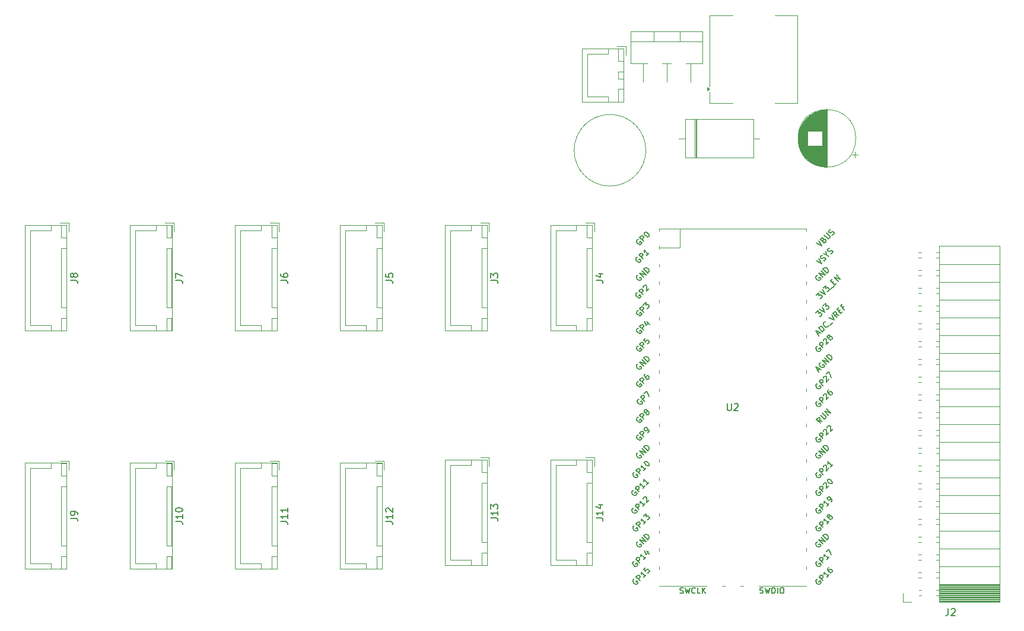
<source format=gbr>
%TF.GenerationSoftware,KiCad,Pcbnew,8.0.8-8.0.8-0~ubuntu24.04.1*%
%TF.CreationDate,2025-05-21T16:34:47-05:00*%
%TF.ProjectId,wasabi,77617361-6269-42e6-9b69-6361645f7063,rev?*%
%TF.SameCoordinates,Original*%
%TF.FileFunction,Legend,Top*%
%TF.FilePolarity,Positive*%
%FSLAX46Y46*%
G04 Gerber Fmt 4.6, Leading zero omitted, Abs format (unit mm)*
G04 Created by KiCad (PCBNEW 8.0.8-8.0.8-0~ubuntu24.04.1) date 2025-05-21 16:34:47*
%MOMM*%
%LPD*%
G01*
G04 APERTURE LIST*
%ADD10C,0.150000*%
%ADD11C,0.120000*%
G04 APERTURE END LIST*
D10*
X218276666Y-141724819D02*
X218276666Y-142439104D01*
X218276666Y-142439104D02*
X218229047Y-142581961D01*
X218229047Y-142581961D02*
X218133809Y-142677200D01*
X218133809Y-142677200D02*
X217990952Y-142724819D01*
X217990952Y-142724819D02*
X217895714Y-142724819D01*
X218705238Y-141820057D02*
X218752857Y-141772438D01*
X218752857Y-141772438D02*
X218848095Y-141724819D01*
X218848095Y-141724819D02*
X219086190Y-141724819D01*
X219086190Y-141724819D02*
X219181428Y-141772438D01*
X219181428Y-141772438D02*
X219229047Y-141820057D01*
X219229047Y-141820057D02*
X219276666Y-141915295D01*
X219276666Y-141915295D02*
X219276666Y-142010533D01*
X219276666Y-142010533D02*
X219229047Y-142153390D01*
X219229047Y-142153390D02*
X218657619Y-142724819D01*
X218657619Y-142724819D02*
X219276666Y-142724819D01*
X138004819Y-129309523D02*
X138719104Y-129309523D01*
X138719104Y-129309523D02*
X138861961Y-129357142D01*
X138861961Y-129357142D02*
X138957200Y-129452380D01*
X138957200Y-129452380D02*
X139004819Y-129595237D01*
X139004819Y-129595237D02*
X139004819Y-129690475D01*
X139004819Y-128309523D02*
X139004819Y-128880951D01*
X139004819Y-128595237D02*
X138004819Y-128595237D01*
X138004819Y-128595237D02*
X138147676Y-128690475D01*
X138147676Y-128690475D02*
X138242914Y-128785713D01*
X138242914Y-128785713D02*
X138290533Y-128880951D01*
X138100057Y-127928570D02*
X138052438Y-127880951D01*
X138052438Y-127880951D02*
X138004819Y-127785713D01*
X138004819Y-127785713D02*
X138004819Y-127547618D01*
X138004819Y-127547618D02*
X138052438Y-127452380D01*
X138052438Y-127452380D02*
X138100057Y-127404761D01*
X138100057Y-127404761D02*
X138195295Y-127357142D01*
X138195295Y-127357142D02*
X138290533Y-127357142D01*
X138290533Y-127357142D02*
X138433390Y-127404761D01*
X138433390Y-127404761D02*
X139004819Y-127976189D01*
X139004819Y-127976189D02*
X139004819Y-127357142D01*
X138004819Y-94833333D02*
X138719104Y-94833333D01*
X138719104Y-94833333D02*
X138861961Y-94880952D01*
X138861961Y-94880952D02*
X138957200Y-94976190D01*
X138957200Y-94976190D02*
X139004819Y-95119047D01*
X139004819Y-95119047D02*
X139004819Y-95214285D01*
X138004819Y-93880952D02*
X138004819Y-94357142D01*
X138004819Y-94357142D02*
X138481009Y-94404761D01*
X138481009Y-94404761D02*
X138433390Y-94357142D01*
X138433390Y-94357142D02*
X138385771Y-94261904D01*
X138385771Y-94261904D02*
X138385771Y-94023809D01*
X138385771Y-94023809D02*
X138433390Y-93928571D01*
X138433390Y-93928571D02*
X138481009Y-93880952D01*
X138481009Y-93880952D02*
X138576247Y-93833333D01*
X138576247Y-93833333D02*
X138814342Y-93833333D01*
X138814342Y-93833333D02*
X138909580Y-93880952D01*
X138909580Y-93880952D02*
X138957200Y-93928571D01*
X138957200Y-93928571D02*
X139004819Y-94023809D01*
X139004819Y-94023809D02*
X139004819Y-94261904D01*
X139004819Y-94261904D02*
X138957200Y-94357142D01*
X138957200Y-94357142D02*
X138909580Y-94404761D01*
X186738095Y-112454819D02*
X186738095Y-113264342D01*
X186738095Y-113264342D02*
X186785714Y-113359580D01*
X186785714Y-113359580D02*
X186833333Y-113407200D01*
X186833333Y-113407200D02*
X186928571Y-113454819D01*
X186928571Y-113454819D02*
X187119047Y-113454819D01*
X187119047Y-113454819D02*
X187214285Y-113407200D01*
X187214285Y-113407200D02*
X187261904Y-113359580D01*
X187261904Y-113359580D02*
X187309523Y-113264342D01*
X187309523Y-113264342D02*
X187309523Y-112454819D01*
X187738095Y-112550057D02*
X187785714Y-112502438D01*
X187785714Y-112502438D02*
X187880952Y-112454819D01*
X187880952Y-112454819D02*
X188119047Y-112454819D01*
X188119047Y-112454819D02*
X188214285Y-112502438D01*
X188214285Y-112502438D02*
X188261904Y-112550057D01*
X188261904Y-112550057D02*
X188309523Y-112645295D01*
X188309523Y-112645295D02*
X188309523Y-112740533D01*
X188309523Y-112740533D02*
X188261904Y-112883390D01*
X188261904Y-112883390D02*
X187690476Y-113454819D01*
X187690476Y-113454819D02*
X188309523Y-113454819D01*
X199597998Y-127360868D02*
X199517185Y-127387805D01*
X199517185Y-127387805D02*
X199436373Y-127468618D01*
X199436373Y-127468618D02*
X199382498Y-127576367D01*
X199382498Y-127576367D02*
X199382498Y-127684117D01*
X199382498Y-127684117D02*
X199409436Y-127764929D01*
X199409436Y-127764929D02*
X199490248Y-127899616D01*
X199490248Y-127899616D02*
X199571060Y-127980428D01*
X199571060Y-127980428D02*
X199705747Y-128061241D01*
X199705747Y-128061241D02*
X199786560Y-128088178D01*
X199786560Y-128088178D02*
X199894309Y-128088178D01*
X199894309Y-128088178D02*
X200002059Y-128034303D01*
X200002059Y-128034303D02*
X200055934Y-127980428D01*
X200055934Y-127980428D02*
X200109808Y-127872679D01*
X200109808Y-127872679D02*
X200109808Y-127818804D01*
X200109808Y-127818804D02*
X199921247Y-127630242D01*
X199921247Y-127630242D02*
X199813497Y-127737992D01*
X200406120Y-127630242D02*
X199840434Y-127064557D01*
X199840434Y-127064557D02*
X200055934Y-126849057D01*
X200055934Y-126849057D02*
X200136746Y-126822120D01*
X200136746Y-126822120D02*
X200190621Y-126822120D01*
X200190621Y-126822120D02*
X200271433Y-126849057D01*
X200271433Y-126849057D02*
X200352245Y-126929870D01*
X200352245Y-126929870D02*
X200379182Y-127010682D01*
X200379182Y-127010682D02*
X200379182Y-127064557D01*
X200379182Y-127064557D02*
X200352245Y-127145369D01*
X200352245Y-127145369D02*
X200136746Y-127360868D01*
X201268117Y-126768245D02*
X200944868Y-127091494D01*
X201106492Y-126929870D02*
X200540807Y-126364184D01*
X200540807Y-126364184D02*
X200567744Y-126498871D01*
X200567744Y-126498871D02*
X200567744Y-126606621D01*
X200567744Y-126606621D02*
X200540807Y-126687433D01*
X201537491Y-126498871D02*
X201645240Y-126391121D01*
X201645240Y-126391121D02*
X201672178Y-126310309D01*
X201672178Y-126310309D02*
X201672178Y-126256434D01*
X201672178Y-126256434D02*
X201645240Y-126121747D01*
X201645240Y-126121747D02*
X201564428Y-125987060D01*
X201564428Y-125987060D02*
X201348929Y-125771561D01*
X201348929Y-125771561D02*
X201268117Y-125744624D01*
X201268117Y-125744624D02*
X201214242Y-125744624D01*
X201214242Y-125744624D02*
X201133430Y-125771561D01*
X201133430Y-125771561D02*
X201025680Y-125879311D01*
X201025680Y-125879311D02*
X200998743Y-125960123D01*
X200998743Y-125960123D02*
X200998743Y-126013998D01*
X200998743Y-126013998D02*
X201025680Y-126094810D01*
X201025680Y-126094810D02*
X201160367Y-126229497D01*
X201160367Y-126229497D02*
X201241179Y-126256434D01*
X201241179Y-126256434D02*
X201295054Y-126256434D01*
X201295054Y-126256434D02*
X201375866Y-126229497D01*
X201375866Y-126229497D02*
X201483616Y-126121747D01*
X201483616Y-126121747D02*
X201510553Y-126040935D01*
X201510553Y-126040935D02*
X201510553Y-125987060D01*
X201510553Y-125987060D02*
X201483616Y-125906248D01*
X199651873Y-107741240D02*
X199921247Y-107471866D01*
X199759623Y-107956739D02*
X199382499Y-107202492D01*
X199382499Y-107202492D02*
X200136746Y-107579615D01*
X200082871Y-106555994D02*
X200002059Y-106582932D01*
X200002059Y-106582932D02*
X199921247Y-106663744D01*
X199921247Y-106663744D02*
X199867372Y-106771494D01*
X199867372Y-106771494D02*
X199867372Y-106879243D01*
X199867372Y-106879243D02*
X199894310Y-106960055D01*
X199894310Y-106960055D02*
X199975122Y-107094742D01*
X199975122Y-107094742D02*
X200055934Y-107175555D01*
X200055934Y-107175555D02*
X200190621Y-107256367D01*
X200190621Y-107256367D02*
X200271433Y-107283304D01*
X200271433Y-107283304D02*
X200379183Y-107283304D01*
X200379183Y-107283304D02*
X200486932Y-107229429D01*
X200486932Y-107229429D02*
X200540807Y-107175555D01*
X200540807Y-107175555D02*
X200594682Y-107067805D01*
X200594682Y-107067805D02*
X200594682Y-107013930D01*
X200594682Y-107013930D02*
X200406120Y-106825368D01*
X200406120Y-106825368D02*
X200298371Y-106933118D01*
X200890993Y-106825368D02*
X200325308Y-106259683D01*
X200325308Y-106259683D02*
X201214242Y-106502120D01*
X201214242Y-106502120D02*
X200648557Y-105936434D01*
X201483616Y-106232746D02*
X200917931Y-105667060D01*
X200917931Y-105667060D02*
X201052618Y-105532373D01*
X201052618Y-105532373D02*
X201160367Y-105478498D01*
X201160367Y-105478498D02*
X201268117Y-105478498D01*
X201268117Y-105478498D02*
X201348929Y-105505436D01*
X201348929Y-105505436D02*
X201483616Y-105586248D01*
X201483616Y-105586248D02*
X201564428Y-105667060D01*
X201564428Y-105667060D02*
X201645241Y-105801747D01*
X201645241Y-105801747D02*
X201672178Y-105882560D01*
X201672178Y-105882560D02*
X201672178Y-105990309D01*
X201672178Y-105990309D02*
X201618303Y-106098059D01*
X201618303Y-106098059D02*
X201483616Y-106232746D01*
X174113372Y-111821494D02*
X174032560Y-111848431D01*
X174032560Y-111848431D02*
X173951748Y-111929243D01*
X173951748Y-111929243D02*
X173897873Y-112036993D01*
X173897873Y-112036993D02*
X173897873Y-112144742D01*
X173897873Y-112144742D02*
X173924810Y-112225555D01*
X173924810Y-112225555D02*
X174005623Y-112360242D01*
X174005623Y-112360242D02*
X174086435Y-112441054D01*
X174086435Y-112441054D02*
X174221122Y-112521866D01*
X174221122Y-112521866D02*
X174301934Y-112548803D01*
X174301934Y-112548803D02*
X174409684Y-112548803D01*
X174409684Y-112548803D02*
X174517433Y-112494929D01*
X174517433Y-112494929D02*
X174571308Y-112441054D01*
X174571308Y-112441054D02*
X174625183Y-112333304D01*
X174625183Y-112333304D02*
X174625183Y-112279429D01*
X174625183Y-112279429D02*
X174436621Y-112090868D01*
X174436621Y-112090868D02*
X174328871Y-112198617D01*
X174921494Y-112090868D02*
X174355809Y-111525182D01*
X174355809Y-111525182D02*
X174571308Y-111309683D01*
X174571308Y-111309683D02*
X174652120Y-111282746D01*
X174652120Y-111282746D02*
X174705995Y-111282746D01*
X174705995Y-111282746D02*
X174786807Y-111309683D01*
X174786807Y-111309683D02*
X174867619Y-111390495D01*
X174867619Y-111390495D02*
X174894557Y-111471307D01*
X174894557Y-111471307D02*
X174894557Y-111525182D01*
X174894557Y-111525182D02*
X174867619Y-111605994D01*
X174867619Y-111605994D02*
X174652120Y-111821494D01*
X174867619Y-111013372D02*
X175244743Y-110636248D01*
X175244743Y-110636248D02*
X175567992Y-111444370D01*
X199390123Y-99490868D02*
X199740309Y-99140682D01*
X199740309Y-99140682D02*
X199767247Y-99544743D01*
X199767247Y-99544743D02*
X199848059Y-99463931D01*
X199848059Y-99463931D02*
X199928871Y-99436993D01*
X199928871Y-99436993D02*
X199982746Y-99436993D01*
X199982746Y-99436993D02*
X200063558Y-99463931D01*
X200063558Y-99463931D02*
X200198245Y-99598618D01*
X200198245Y-99598618D02*
X200225182Y-99679430D01*
X200225182Y-99679430D02*
X200225182Y-99733305D01*
X200225182Y-99733305D02*
X200198245Y-99814117D01*
X200198245Y-99814117D02*
X200036621Y-99975741D01*
X200036621Y-99975741D02*
X199955808Y-100002679D01*
X199955808Y-100002679D02*
X199901934Y-100002679D01*
X199901934Y-98979057D02*
X200656181Y-99356181D01*
X200656181Y-99356181D02*
X200279057Y-98601934D01*
X200413744Y-98467247D02*
X200763930Y-98117061D01*
X200763930Y-98117061D02*
X200790868Y-98521122D01*
X200790868Y-98521122D02*
X200871680Y-98440309D01*
X200871680Y-98440309D02*
X200952492Y-98413372D01*
X200952492Y-98413372D02*
X201006367Y-98413372D01*
X201006367Y-98413372D02*
X201087179Y-98440309D01*
X201087179Y-98440309D02*
X201221866Y-98574996D01*
X201221866Y-98574996D02*
X201248804Y-98655809D01*
X201248804Y-98655809D02*
X201248804Y-98709683D01*
X201248804Y-98709683D02*
X201221866Y-98790496D01*
X201221866Y-98790496D02*
X201060242Y-98952120D01*
X201060242Y-98952120D02*
X200979430Y-98979057D01*
X200979430Y-98979057D02*
X200925555Y-98979057D01*
X173913372Y-91521494D02*
X173832560Y-91548431D01*
X173832560Y-91548431D02*
X173751748Y-91629243D01*
X173751748Y-91629243D02*
X173697873Y-91736993D01*
X173697873Y-91736993D02*
X173697873Y-91844742D01*
X173697873Y-91844742D02*
X173724810Y-91925555D01*
X173724810Y-91925555D02*
X173805623Y-92060242D01*
X173805623Y-92060242D02*
X173886435Y-92141054D01*
X173886435Y-92141054D02*
X174021122Y-92221866D01*
X174021122Y-92221866D02*
X174101934Y-92248803D01*
X174101934Y-92248803D02*
X174209684Y-92248803D01*
X174209684Y-92248803D02*
X174317433Y-92194929D01*
X174317433Y-92194929D02*
X174371308Y-92141054D01*
X174371308Y-92141054D02*
X174425183Y-92033304D01*
X174425183Y-92033304D02*
X174425183Y-91979429D01*
X174425183Y-91979429D02*
X174236621Y-91790868D01*
X174236621Y-91790868D02*
X174128871Y-91898617D01*
X174721494Y-91790868D02*
X174155809Y-91225182D01*
X174155809Y-91225182D02*
X174371308Y-91009683D01*
X174371308Y-91009683D02*
X174452120Y-90982746D01*
X174452120Y-90982746D02*
X174505995Y-90982746D01*
X174505995Y-90982746D02*
X174586807Y-91009683D01*
X174586807Y-91009683D02*
X174667619Y-91090495D01*
X174667619Y-91090495D02*
X174694557Y-91171307D01*
X174694557Y-91171307D02*
X174694557Y-91225182D01*
X174694557Y-91225182D02*
X174667619Y-91305994D01*
X174667619Y-91305994D02*
X174452120Y-91521494D01*
X175583491Y-90928871D02*
X175260242Y-91252120D01*
X175421867Y-91090495D02*
X174856181Y-90524810D01*
X174856181Y-90524810D02*
X174883119Y-90659497D01*
X174883119Y-90659497D02*
X174883119Y-90767246D01*
X174883119Y-90767246D02*
X174856181Y-90848059D01*
X173343998Y-127360868D02*
X173263185Y-127387805D01*
X173263185Y-127387805D02*
X173182373Y-127468618D01*
X173182373Y-127468618D02*
X173128498Y-127576367D01*
X173128498Y-127576367D02*
X173128498Y-127684117D01*
X173128498Y-127684117D02*
X173155436Y-127764929D01*
X173155436Y-127764929D02*
X173236248Y-127899616D01*
X173236248Y-127899616D02*
X173317060Y-127980428D01*
X173317060Y-127980428D02*
X173451747Y-128061241D01*
X173451747Y-128061241D02*
X173532560Y-128088178D01*
X173532560Y-128088178D02*
X173640309Y-128088178D01*
X173640309Y-128088178D02*
X173748059Y-128034303D01*
X173748059Y-128034303D02*
X173801934Y-127980428D01*
X173801934Y-127980428D02*
X173855808Y-127872679D01*
X173855808Y-127872679D02*
X173855808Y-127818804D01*
X173855808Y-127818804D02*
X173667247Y-127630242D01*
X173667247Y-127630242D02*
X173559497Y-127737992D01*
X174152120Y-127630242D02*
X173586434Y-127064557D01*
X173586434Y-127064557D02*
X173801934Y-126849057D01*
X173801934Y-126849057D02*
X173882746Y-126822120D01*
X173882746Y-126822120D02*
X173936621Y-126822120D01*
X173936621Y-126822120D02*
X174017433Y-126849057D01*
X174017433Y-126849057D02*
X174098245Y-126929870D01*
X174098245Y-126929870D02*
X174125182Y-127010682D01*
X174125182Y-127010682D02*
X174125182Y-127064557D01*
X174125182Y-127064557D02*
X174098245Y-127145369D01*
X174098245Y-127145369D02*
X173882746Y-127360868D01*
X175014117Y-126768245D02*
X174690868Y-127091494D01*
X174852492Y-126929870D02*
X174286807Y-126364184D01*
X174286807Y-126364184D02*
X174313744Y-126498871D01*
X174313744Y-126498871D02*
X174313744Y-126606621D01*
X174313744Y-126606621D02*
X174286807Y-126687433D01*
X174717805Y-126040935D02*
X174717805Y-125987060D01*
X174717805Y-125987060D02*
X174744743Y-125906248D01*
X174744743Y-125906248D02*
X174879430Y-125771561D01*
X174879430Y-125771561D02*
X174960242Y-125744624D01*
X174960242Y-125744624D02*
X175014117Y-125744624D01*
X175014117Y-125744624D02*
X175094929Y-125771561D01*
X175094929Y-125771561D02*
X175148804Y-125825436D01*
X175148804Y-125825436D02*
X175202679Y-125933186D01*
X175202679Y-125933186D02*
X175202679Y-126579683D01*
X175202679Y-126579683D02*
X175552865Y-126229497D01*
X199422407Y-96958584D02*
X199772593Y-96608398D01*
X199772593Y-96608398D02*
X199799531Y-97012459D01*
X199799531Y-97012459D02*
X199880343Y-96931646D01*
X199880343Y-96931646D02*
X199961155Y-96904709D01*
X199961155Y-96904709D02*
X200015030Y-96904709D01*
X200015030Y-96904709D02*
X200095842Y-96931646D01*
X200095842Y-96931646D02*
X200230529Y-97066333D01*
X200230529Y-97066333D02*
X200257467Y-97147146D01*
X200257467Y-97147146D02*
X200257467Y-97201020D01*
X200257467Y-97201020D02*
X200230529Y-97281833D01*
X200230529Y-97281833D02*
X200068905Y-97443457D01*
X200068905Y-97443457D02*
X199988093Y-97470394D01*
X199988093Y-97470394D02*
X199934218Y-97470394D01*
X199934218Y-96446773D02*
X200688465Y-96823897D01*
X200688465Y-96823897D02*
X200311342Y-96069649D01*
X200446028Y-95934963D02*
X200796215Y-95584776D01*
X200796215Y-95584776D02*
X200823152Y-95988837D01*
X200823152Y-95988837D02*
X200903964Y-95908025D01*
X200903964Y-95908025D02*
X200984776Y-95881088D01*
X200984776Y-95881088D02*
X201038651Y-95881088D01*
X201038651Y-95881088D02*
X201119464Y-95908025D01*
X201119464Y-95908025D02*
X201254151Y-96042712D01*
X201254151Y-96042712D02*
X201281088Y-96123524D01*
X201281088Y-96123524D02*
X201281088Y-96177399D01*
X201281088Y-96177399D02*
X201254151Y-96258211D01*
X201254151Y-96258211D02*
X201092526Y-96419836D01*
X201092526Y-96419836D02*
X201011714Y-96446773D01*
X201011714Y-96446773D02*
X200957839Y-96446773D01*
X201523525Y-96096587D02*
X201954523Y-95665588D01*
X201739024Y-95180715D02*
X201927586Y-94992153D01*
X202304709Y-95207652D02*
X202035335Y-95477026D01*
X202035335Y-95477026D02*
X201469650Y-94911341D01*
X201469650Y-94911341D02*
X201739024Y-94641967D01*
X202547146Y-94965215D02*
X201981461Y-94399530D01*
X201981461Y-94399530D02*
X202870395Y-94641967D01*
X202870395Y-94641967D02*
X202304710Y-94076281D01*
X173443998Y-134980868D02*
X173363185Y-135007805D01*
X173363185Y-135007805D02*
X173282373Y-135088618D01*
X173282373Y-135088618D02*
X173228498Y-135196367D01*
X173228498Y-135196367D02*
X173228498Y-135304117D01*
X173228498Y-135304117D02*
X173255436Y-135384929D01*
X173255436Y-135384929D02*
X173336248Y-135519616D01*
X173336248Y-135519616D02*
X173417060Y-135600428D01*
X173417060Y-135600428D02*
X173551747Y-135681241D01*
X173551747Y-135681241D02*
X173632560Y-135708178D01*
X173632560Y-135708178D02*
X173740309Y-135708178D01*
X173740309Y-135708178D02*
X173848059Y-135654303D01*
X173848059Y-135654303D02*
X173901934Y-135600428D01*
X173901934Y-135600428D02*
X173955808Y-135492679D01*
X173955808Y-135492679D02*
X173955808Y-135438804D01*
X173955808Y-135438804D02*
X173767247Y-135250242D01*
X173767247Y-135250242D02*
X173659497Y-135357992D01*
X174252120Y-135250242D02*
X173686434Y-134684557D01*
X173686434Y-134684557D02*
X173901934Y-134469057D01*
X173901934Y-134469057D02*
X173982746Y-134442120D01*
X173982746Y-134442120D02*
X174036621Y-134442120D01*
X174036621Y-134442120D02*
X174117433Y-134469057D01*
X174117433Y-134469057D02*
X174198245Y-134549870D01*
X174198245Y-134549870D02*
X174225182Y-134630682D01*
X174225182Y-134630682D02*
X174225182Y-134684557D01*
X174225182Y-134684557D02*
X174198245Y-134765369D01*
X174198245Y-134765369D02*
X173982746Y-134980868D01*
X175114117Y-134388245D02*
X174790868Y-134711494D01*
X174952492Y-134549870D02*
X174386807Y-133984184D01*
X174386807Y-133984184D02*
X174413744Y-134118871D01*
X174413744Y-134118871D02*
X174413744Y-134226621D01*
X174413744Y-134226621D02*
X174386807Y-134307433D01*
X175221866Y-133526248D02*
X175598990Y-133903372D01*
X174871680Y-133445436D02*
X175141054Y-133984184D01*
X175141054Y-133984184D02*
X175491240Y-133633998D01*
X174013372Y-101691494D02*
X173932560Y-101718431D01*
X173932560Y-101718431D02*
X173851748Y-101799243D01*
X173851748Y-101799243D02*
X173797873Y-101906993D01*
X173797873Y-101906993D02*
X173797873Y-102014742D01*
X173797873Y-102014742D02*
X173824810Y-102095555D01*
X173824810Y-102095555D02*
X173905623Y-102230242D01*
X173905623Y-102230242D02*
X173986435Y-102311054D01*
X173986435Y-102311054D02*
X174121122Y-102391866D01*
X174121122Y-102391866D02*
X174201934Y-102418803D01*
X174201934Y-102418803D02*
X174309684Y-102418803D01*
X174309684Y-102418803D02*
X174417433Y-102364929D01*
X174417433Y-102364929D02*
X174471308Y-102311054D01*
X174471308Y-102311054D02*
X174525183Y-102203304D01*
X174525183Y-102203304D02*
X174525183Y-102149429D01*
X174525183Y-102149429D02*
X174336621Y-101960868D01*
X174336621Y-101960868D02*
X174228871Y-102068617D01*
X174821494Y-101960868D02*
X174255809Y-101395182D01*
X174255809Y-101395182D02*
X174471308Y-101179683D01*
X174471308Y-101179683D02*
X174552120Y-101152746D01*
X174552120Y-101152746D02*
X174605995Y-101152746D01*
X174605995Y-101152746D02*
X174686807Y-101179683D01*
X174686807Y-101179683D02*
X174767619Y-101260495D01*
X174767619Y-101260495D02*
X174794557Y-101341307D01*
X174794557Y-101341307D02*
X174794557Y-101395182D01*
X174794557Y-101395182D02*
X174767619Y-101475994D01*
X174767619Y-101475994D02*
X174552120Y-101691494D01*
X175252493Y-100775622D02*
X175629616Y-101152746D01*
X174902306Y-100694810D02*
X175171680Y-101233558D01*
X175171680Y-101233558D02*
X175521867Y-100883372D01*
X199597998Y-134980868D02*
X199517185Y-135007805D01*
X199517185Y-135007805D02*
X199436373Y-135088618D01*
X199436373Y-135088618D02*
X199382498Y-135196367D01*
X199382498Y-135196367D02*
X199382498Y-135304117D01*
X199382498Y-135304117D02*
X199409436Y-135384929D01*
X199409436Y-135384929D02*
X199490248Y-135519616D01*
X199490248Y-135519616D02*
X199571060Y-135600428D01*
X199571060Y-135600428D02*
X199705747Y-135681241D01*
X199705747Y-135681241D02*
X199786560Y-135708178D01*
X199786560Y-135708178D02*
X199894309Y-135708178D01*
X199894309Y-135708178D02*
X200002059Y-135654303D01*
X200002059Y-135654303D02*
X200055934Y-135600428D01*
X200055934Y-135600428D02*
X200109808Y-135492679D01*
X200109808Y-135492679D02*
X200109808Y-135438804D01*
X200109808Y-135438804D02*
X199921247Y-135250242D01*
X199921247Y-135250242D02*
X199813497Y-135357992D01*
X200406120Y-135250242D02*
X199840434Y-134684557D01*
X199840434Y-134684557D02*
X200055934Y-134469057D01*
X200055934Y-134469057D02*
X200136746Y-134442120D01*
X200136746Y-134442120D02*
X200190621Y-134442120D01*
X200190621Y-134442120D02*
X200271433Y-134469057D01*
X200271433Y-134469057D02*
X200352245Y-134549870D01*
X200352245Y-134549870D02*
X200379182Y-134630682D01*
X200379182Y-134630682D02*
X200379182Y-134684557D01*
X200379182Y-134684557D02*
X200352245Y-134765369D01*
X200352245Y-134765369D02*
X200136746Y-134980868D01*
X201268117Y-134388245D02*
X200944868Y-134711494D01*
X201106492Y-134549870D02*
X200540807Y-133984184D01*
X200540807Y-133984184D02*
X200567744Y-134118871D01*
X200567744Y-134118871D02*
X200567744Y-134226621D01*
X200567744Y-134226621D02*
X200540807Y-134307433D01*
X200890993Y-133633998D02*
X201268117Y-133256874D01*
X201268117Y-133256874D02*
X201591366Y-134064996D01*
X173489998Y-129900868D02*
X173409185Y-129927805D01*
X173409185Y-129927805D02*
X173328373Y-130008618D01*
X173328373Y-130008618D02*
X173274498Y-130116367D01*
X173274498Y-130116367D02*
X173274498Y-130224117D01*
X173274498Y-130224117D02*
X173301436Y-130304929D01*
X173301436Y-130304929D02*
X173382248Y-130439616D01*
X173382248Y-130439616D02*
X173463060Y-130520428D01*
X173463060Y-130520428D02*
X173597747Y-130601241D01*
X173597747Y-130601241D02*
X173678560Y-130628178D01*
X173678560Y-130628178D02*
X173786309Y-130628178D01*
X173786309Y-130628178D02*
X173894059Y-130574303D01*
X173894059Y-130574303D02*
X173947934Y-130520428D01*
X173947934Y-130520428D02*
X174001808Y-130412679D01*
X174001808Y-130412679D02*
X174001808Y-130358804D01*
X174001808Y-130358804D02*
X173813247Y-130170242D01*
X173813247Y-130170242D02*
X173705497Y-130277992D01*
X174298120Y-130170242D02*
X173732434Y-129604557D01*
X173732434Y-129604557D02*
X173947934Y-129389057D01*
X173947934Y-129389057D02*
X174028746Y-129362120D01*
X174028746Y-129362120D02*
X174082621Y-129362120D01*
X174082621Y-129362120D02*
X174163433Y-129389057D01*
X174163433Y-129389057D02*
X174244245Y-129469870D01*
X174244245Y-129469870D02*
X174271182Y-129550682D01*
X174271182Y-129550682D02*
X174271182Y-129604557D01*
X174271182Y-129604557D02*
X174244245Y-129685369D01*
X174244245Y-129685369D02*
X174028746Y-129900868D01*
X175160117Y-129308245D02*
X174836868Y-129631494D01*
X174998492Y-129469870D02*
X174432807Y-128904184D01*
X174432807Y-128904184D02*
X174459744Y-129038871D01*
X174459744Y-129038871D02*
X174459744Y-129146621D01*
X174459744Y-129146621D02*
X174432807Y-129227433D01*
X174782993Y-128553998D02*
X175133179Y-128203812D01*
X175133179Y-128203812D02*
X175160117Y-128607873D01*
X175160117Y-128607873D02*
X175240929Y-128527060D01*
X175240929Y-128527060D02*
X175321741Y-128500123D01*
X175321741Y-128500123D02*
X175375616Y-128500123D01*
X175375616Y-128500123D02*
X175456428Y-128527060D01*
X175456428Y-128527060D02*
X175591115Y-128661747D01*
X175591115Y-128661747D02*
X175618053Y-128742560D01*
X175618053Y-128742560D02*
X175618053Y-128796434D01*
X175618053Y-128796434D02*
X175591115Y-128877247D01*
X175591115Y-128877247D02*
X175429491Y-129038871D01*
X175429491Y-129038871D02*
X175348679Y-129065808D01*
X175348679Y-129065808D02*
X175294804Y-129065808D01*
X199453406Y-89527585D02*
X200207653Y-89904709D01*
X200207653Y-89904709D02*
X199830529Y-89150462D01*
X200477027Y-89042712D02*
X200584776Y-88988838D01*
X200584776Y-88988838D02*
X200638651Y-88988838D01*
X200638651Y-88988838D02*
X200719463Y-89015775D01*
X200719463Y-89015775D02*
X200800276Y-89096587D01*
X200800276Y-89096587D02*
X200827213Y-89177399D01*
X200827213Y-89177399D02*
X200827213Y-89231274D01*
X200827213Y-89231274D02*
X200800276Y-89312086D01*
X200800276Y-89312086D02*
X200584776Y-89527586D01*
X200584776Y-89527586D02*
X200019091Y-88961900D01*
X200019091Y-88961900D02*
X200207653Y-88773338D01*
X200207653Y-88773338D02*
X200288465Y-88746401D01*
X200288465Y-88746401D02*
X200342340Y-88746401D01*
X200342340Y-88746401D02*
X200423152Y-88773338D01*
X200423152Y-88773338D02*
X200477027Y-88827213D01*
X200477027Y-88827213D02*
X200503964Y-88908025D01*
X200503964Y-88908025D02*
X200503964Y-88961900D01*
X200503964Y-88961900D02*
X200477027Y-89042712D01*
X200477027Y-89042712D02*
X200288465Y-89231274D01*
X200584776Y-88396215D02*
X201042712Y-88854151D01*
X201042712Y-88854151D02*
X201123524Y-88881088D01*
X201123524Y-88881088D02*
X201177399Y-88881088D01*
X201177399Y-88881088D02*
X201258211Y-88854151D01*
X201258211Y-88854151D02*
X201365961Y-88746401D01*
X201365961Y-88746401D02*
X201392898Y-88665589D01*
X201392898Y-88665589D02*
X201392898Y-88611714D01*
X201392898Y-88611714D02*
X201365961Y-88530902D01*
X201365961Y-88530902D02*
X200908025Y-88072966D01*
X201689210Y-88369277D02*
X201796959Y-88315403D01*
X201796959Y-88315403D02*
X201931646Y-88180716D01*
X201931646Y-88180716D02*
X201958584Y-88099903D01*
X201958584Y-88099903D02*
X201958584Y-88046029D01*
X201958584Y-88046029D02*
X201931646Y-87965216D01*
X201931646Y-87965216D02*
X201877771Y-87911342D01*
X201877771Y-87911342D02*
X201796959Y-87884404D01*
X201796959Y-87884404D02*
X201743084Y-87884404D01*
X201743084Y-87884404D02*
X201662272Y-87911342D01*
X201662272Y-87911342D02*
X201527585Y-87992154D01*
X201527585Y-87992154D02*
X201446773Y-88019091D01*
X201446773Y-88019091D02*
X201392898Y-88019091D01*
X201392898Y-88019091D02*
X201312086Y-87992154D01*
X201312086Y-87992154D02*
X201258211Y-87938279D01*
X201258211Y-87938279D02*
X201231274Y-87857467D01*
X201231274Y-87857467D02*
X201231274Y-87803592D01*
X201231274Y-87803592D02*
X201258211Y-87722780D01*
X201258211Y-87722780D02*
X201392898Y-87588093D01*
X201392898Y-87588093D02*
X201500648Y-87534218D01*
X173489998Y-122280868D02*
X173409185Y-122307805D01*
X173409185Y-122307805D02*
X173328373Y-122388618D01*
X173328373Y-122388618D02*
X173274498Y-122496367D01*
X173274498Y-122496367D02*
X173274498Y-122604117D01*
X173274498Y-122604117D02*
X173301436Y-122684929D01*
X173301436Y-122684929D02*
X173382248Y-122819616D01*
X173382248Y-122819616D02*
X173463060Y-122900428D01*
X173463060Y-122900428D02*
X173597747Y-122981241D01*
X173597747Y-122981241D02*
X173678560Y-123008178D01*
X173678560Y-123008178D02*
X173786309Y-123008178D01*
X173786309Y-123008178D02*
X173894059Y-122954303D01*
X173894059Y-122954303D02*
X173947934Y-122900428D01*
X173947934Y-122900428D02*
X174001808Y-122792679D01*
X174001808Y-122792679D02*
X174001808Y-122738804D01*
X174001808Y-122738804D02*
X173813247Y-122550242D01*
X173813247Y-122550242D02*
X173705497Y-122657992D01*
X174298120Y-122550242D02*
X173732434Y-121984557D01*
X173732434Y-121984557D02*
X173947934Y-121769057D01*
X173947934Y-121769057D02*
X174028746Y-121742120D01*
X174028746Y-121742120D02*
X174082621Y-121742120D01*
X174082621Y-121742120D02*
X174163433Y-121769057D01*
X174163433Y-121769057D02*
X174244245Y-121849870D01*
X174244245Y-121849870D02*
X174271182Y-121930682D01*
X174271182Y-121930682D02*
X174271182Y-121984557D01*
X174271182Y-121984557D02*
X174244245Y-122065369D01*
X174244245Y-122065369D02*
X174028746Y-122280868D01*
X175160117Y-121688245D02*
X174836868Y-122011494D01*
X174998492Y-121849870D02*
X174432807Y-121284184D01*
X174432807Y-121284184D02*
X174459744Y-121418871D01*
X174459744Y-121418871D02*
X174459744Y-121526621D01*
X174459744Y-121526621D02*
X174432807Y-121607433D01*
X174944618Y-120772373D02*
X174998492Y-120718499D01*
X174998492Y-120718499D02*
X175079305Y-120691561D01*
X175079305Y-120691561D02*
X175133179Y-120691561D01*
X175133179Y-120691561D02*
X175213992Y-120718499D01*
X175213992Y-120718499D02*
X175348679Y-120799311D01*
X175348679Y-120799311D02*
X175483366Y-120933998D01*
X175483366Y-120933998D02*
X175564178Y-121068685D01*
X175564178Y-121068685D02*
X175591115Y-121149497D01*
X175591115Y-121149497D02*
X175591115Y-121203372D01*
X175591115Y-121203372D02*
X175564178Y-121284184D01*
X175564178Y-121284184D02*
X175510303Y-121338059D01*
X175510303Y-121338059D02*
X175429491Y-121364996D01*
X175429491Y-121364996D02*
X175375616Y-121364996D01*
X175375616Y-121364996D02*
X175294804Y-121338059D01*
X175294804Y-121338059D02*
X175160117Y-121257247D01*
X175160117Y-121257247D02*
X175025430Y-121122560D01*
X175025430Y-121122560D02*
X174944618Y-120987873D01*
X174944618Y-120987873D02*
X174917680Y-120907060D01*
X174917680Y-120907060D02*
X174917680Y-120853186D01*
X174917680Y-120853186D02*
X174944618Y-120772373D01*
X191404761Y-139524200D02*
X191519047Y-139562295D01*
X191519047Y-139562295D02*
X191709523Y-139562295D01*
X191709523Y-139562295D02*
X191785714Y-139524200D01*
X191785714Y-139524200D02*
X191823809Y-139486104D01*
X191823809Y-139486104D02*
X191861904Y-139409914D01*
X191861904Y-139409914D02*
X191861904Y-139333723D01*
X191861904Y-139333723D02*
X191823809Y-139257533D01*
X191823809Y-139257533D02*
X191785714Y-139219438D01*
X191785714Y-139219438D02*
X191709523Y-139181342D01*
X191709523Y-139181342D02*
X191557142Y-139143247D01*
X191557142Y-139143247D02*
X191480952Y-139105152D01*
X191480952Y-139105152D02*
X191442857Y-139067057D01*
X191442857Y-139067057D02*
X191404761Y-138990866D01*
X191404761Y-138990866D02*
X191404761Y-138914676D01*
X191404761Y-138914676D02*
X191442857Y-138838485D01*
X191442857Y-138838485D02*
X191480952Y-138800390D01*
X191480952Y-138800390D02*
X191557142Y-138762295D01*
X191557142Y-138762295D02*
X191747619Y-138762295D01*
X191747619Y-138762295D02*
X191861904Y-138800390D01*
X192128571Y-138762295D02*
X192319047Y-139562295D01*
X192319047Y-139562295D02*
X192471428Y-138990866D01*
X192471428Y-138990866D02*
X192623809Y-139562295D01*
X192623809Y-139562295D02*
X192814286Y-138762295D01*
X193119048Y-139562295D02*
X193119048Y-138762295D01*
X193119048Y-138762295D02*
X193309524Y-138762295D01*
X193309524Y-138762295D02*
X193423810Y-138800390D01*
X193423810Y-138800390D02*
X193500000Y-138876580D01*
X193500000Y-138876580D02*
X193538095Y-138952771D01*
X193538095Y-138952771D02*
X193576191Y-139105152D01*
X193576191Y-139105152D02*
X193576191Y-139219438D01*
X193576191Y-139219438D02*
X193538095Y-139371819D01*
X193538095Y-139371819D02*
X193500000Y-139448009D01*
X193500000Y-139448009D02*
X193423810Y-139524200D01*
X193423810Y-139524200D02*
X193309524Y-139562295D01*
X193309524Y-139562295D02*
X193119048Y-139562295D01*
X193919048Y-139562295D02*
X193919048Y-138762295D01*
X194452381Y-138762295D02*
X194604762Y-138762295D01*
X194604762Y-138762295D02*
X194680952Y-138800390D01*
X194680952Y-138800390D02*
X194757143Y-138876580D01*
X194757143Y-138876580D02*
X194795238Y-139028961D01*
X194795238Y-139028961D02*
X194795238Y-139295628D01*
X194795238Y-139295628D02*
X194757143Y-139448009D01*
X194757143Y-139448009D02*
X194680952Y-139524200D01*
X194680952Y-139524200D02*
X194604762Y-139562295D01*
X194604762Y-139562295D02*
X194452381Y-139562295D01*
X194452381Y-139562295D02*
X194376190Y-139524200D01*
X194376190Y-139524200D02*
X194300000Y-139448009D01*
X194300000Y-139448009D02*
X194261904Y-139295628D01*
X194261904Y-139295628D02*
X194261904Y-139028961D01*
X194261904Y-139028961D02*
X194300000Y-138876580D01*
X194300000Y-138876580D02*
X194376190Y-138800390D01*
X194376190Y-138800390D02*
X194452381Y-138762295D01*
X173913372Y-96611494D02*
X173832560Y-96638431D01*
X173832560Y-96638431D02*
X173751748Y-96719243D01*
X173751748Y-96719243D02*
X173697873Y-96826993D01*
X173697873Y-96826993D02*
X173697873Y-96934742D01*
X173697873Y-96934742D02*
X173724810Y-97015555D01*
X173724810Y-97015555D02*
X173805623Y-97150242D01*
X173805623Y-97150242D02*
X173886435Y-97231054D01*
X173886435Y-97231054D02*
X174021122Y-97311866D01*
X174021122Y-97311866D02*
X174101934Y-97338803D01*
X174101934Y-97338803D02*
X174209684Y-97338803D01*
X174209684Y-97338803D02*
X174317433Y-97284929D01*
X174317433Y-97284929D02*
X174371308Y-97231054D01*
X174371308Y-97231054D02*
X174425183Y-97123304D01*
X174425183Y-97123304D02*
X174425183Y-97069429D01*
X174425183Y-97069429D02*
X174236621Y-96880868D01*
X174236621Y-96880868D02*
X174128871Y-96988617D01*
X174721494Y-96880868D02*
X174155809Y-96315182D01*
X174155809Y-96315182D02*
X174371308Y-96099683D01*
X174371308Y-96099683D02*
X174452120Y-96072746D01*
X174452120Y-96072746D02*
X174505995Y-96072746D01*
X174505995Y-96072746D02*
X174586807Y-96099683D01*
X174586807Y-96099683D02*
X174667619Y-96180495D01*
X174667619Y-96180495D02*
X174694557Y-96261307D01*
X174694557Y-96261307D02*
X174694557Y-96315182D01*
X174694557Y-96315182D02*
X174667619Y-96395994D01*
X174667619Y-96395994D02*
X174452120Y-96611494D01*
X174748432Y-95830309D02*
X174748432Y-95776434D01*
X174748432Y-95776434D02*
X174775369Y-95695622D01*
X174775369Y-95695622D02*
X174910056Y-95560935D01*
X174910056Y-95560935D02*
X174990868Y-95533998D01*
X174990868Y-95533998D02*
X175044743Y-95533998D01*
X175044743Y-95533998D02*
X175125555Y-95560935D01*
X175125555Y-95560935D02*
X175179430Y-95614810D01*
X175179430Y-95614810D02*
X175233305Y-95722559D01*
X175233305Y-95722559D02*
X175233305Y-96369057D01*
X175233305Y-96369057D02*
X175583491Y-96018871D01*
X174013372Y-114391494D02*
X173932560Y-114418431D01*
X173932560Y-114418431D02*
X173851748Y-114499243D01*
X173851748Y-114499243D02*
X173797873Y-114606993D01*
X173797873Y-114606993D02*
X173797873Y-114714742D01*
X173797873Y-114714742D02*
X173824810Y-114795555D01*
X173824810Y-114795555D02*
X173905623Y-114930242D01*
X173905623Y-114930242D02*
X173986435Y-115011054D01*
X173986435Y-115011054D02*
X174121122Y-115091866D01*
X174121122Y-115091866D02*
X174201934Y-115118803D01*
X174201934Y-115118803D02*
X174309684Y-115118803D01*
X174309684Y-115118803D02*
X174417433Y-115064929D01*
X174417433Y-115064929D02*
X174471308Y-115011054D01*
X174471308Y-115011054D02*
X174525183Y-114903304D01*
X174525183Y-114903304D02*
X174525183Y-114849429D01*
X174525183Y-114849429D02*
X174336621Y-114660868D01*
X174336621Y-114660868D02*
X174228871Y-114768617D01*
X174821494Y-114660868D02*
X174255809Y-114095182D01*
X174255809Y-114095182D02*
X174471308Y-113879683D01*
X174471308Y-113879683D02*
X174552120Y-113852746D01*
X174552120Y-113852746D02*
X174605995Y-113852746D01*
X174605995Y-113852746D02*
X174686807Y-113879683D01*
X174686807Y-113879683D02*
X174767619Y-113960495D01*
X174767619Y-113960495D02*
X174794557Y-114041307D01*
X174794557Y-114041307D02*
X174794557Y-114095182D01*
X174794557Y-114095182D02*
X174767619Y-114175994D01*
X174767619Y-114175994D02*
X174552120Y-114391494D01*
X175144743Y-113691121D02*
X175063931Y-113718059D01*
X175063931Y-113718059D02*
X175010056Y-113718059D01*
X175010056Y-113718059D02*
X174929244Y-113691121D01*
X174929244Y-113691121D02*
X174902306Y-113664184D01*
X174902306Y-113664184D02*
X174875369Y-113583372D01*
X174875369Y-113583372D02*
X174875369Y-113529497D01*
X174875369Y-113529497D02*
X174902306Y-113448685D01*
X174902306Y-113448685D02*
X175010056Y-113340935D01*
X175010056Y-113340935D02*
X175090868Y-113313998D01*
X175090868Y-113313998D02*
X175144743Y-113313998D01*
X175144743Y-113313998D02*
X175225555Y-113340935D01*
X175225555Y-113340935D02*
X175252493Y-113367872D01*
X175252493Y-113367872D02*
X175279430Y-113448685D01*
X175279430Y-113448685D02*
X175279430Y-113502559D01*
X175279430Y-113502559D02*
X175252493Y-113583372D01*
X175252493Y-113583372D02*
X175144743Y-113691121D01*
X175144743Y-113691121D02*
X175117806Y-113771933D01*
X175117806Y-113771933D02*
X175117806Y-113825808D01*
X175117806Y-113825808D02*
X175144743Y-113906620D01*
X175144743Y-113906620D02*
X175252493Y-114014370D01*
X175252493Y-114014370D02*
X175333305Y-114041307D01*
X175333305Y-114041307D02*
X175387180Y-114041307D01*
X175387180Y-114041307D02*
X175467992Y-114014370D01*
X175467992Y-114014370D02*
X175575741Y-113906620D01*
X175575741Y-113906620D02*
X175602679Y-113825808D01*
X175602679Y-113825808D02*
X175602679Y-113771933D01*
X175602679Y-113771933D02*
X175575741Y-113691121D01*
X175575741Y-113691121D02*
X175467992Y-113583372D01*
X175467992Y-113583372D02*
X175387180Y-113556434D01*
X175387180Y-113556434D02*
X175333305Y-113556434D01*
X175333305Y-113556434D02*
X175252493Y-113583372D01*
X174013372Y-104231494D02*
X173932560Y-104258431D01*
X173932560Y-104258431D02*
X173851748Y-104339243D01*
X173851748Y-104339243D02*
X173797873Y-104446993D01*
X173797873Y-104446993D02*
X173797873Y-104554742D01*
X173797873Y-104554742D02*
X173824810Y-104635555D01*
X173824810Y-104635555D02*
X173905623Y-104770242D01*
X173905623Y-104770242D02*
X173986435Y-104851054D01*
X173986435Y-104851054D02*
X174121122Y-104931866D01*
X174121122Y-104931866D02*
X174201934Y-104958803D01*
X174201934Y-104958803D02*
X174309684Y-104958803D01*
X174309684Y-104958803D02*
X174417433Y-104904929D01*
X174417433Y-104904929D02*
X174471308Y-104851054D01*
X174471308Y-104851054D02*
X174525183Y-104743304D01*
X174525183Y-104743304D02*
X174525183Y-104689429D01*
X174525183Y-104689429D02*
X174336621Y-104500868D01*
X174336621Y-104500868D02*
X174228871Y-104608617D01*
X174821494Y-104500868D02*
X174255809Y-103935182D01*
X174255809Y-103935182D02*
X174471308Y-103719683D01*
X174471308Y-103719683D02*
X174552120Y-103692746D01*
X174552120Y-103692746D02*
X174605995Y-103692746D01*
X174605995Y-103692746D02*
X174686807Y-103719683D01*
X174686807Y-103719683D02*
X174767619Y-103800495D01*
X174767619Y-103800495D02*
X174794557Y-103881307D01*
X174794557Y-103881307D02*
X174794557Y-103935182D01*
X174794557Y-103935182D02*
X174767619Y-104015994D01*
X174767619Y-104015994D02*
X174552120Y-104231494D01*
X175090868Y-103100123D02*
X174821494Y-103369497D01*
X174821494Y-103369497D02*
X175063931Y-103665808D01*
X175063931Y-103665808D02*
X175063931Y-103611933D01*
X175063931Y-103611933D02*
X175090868Y-103531121D01*
X175090868Y-103531121D02*
X175225555Y-103396434D01*
X175225555Y-103396434D02*
X175306367Y-103369497D01*
X175306367Y-103369497D02*
X175360242Y-103369497D01*
X175360242Y-103369497D02*
X175441054Y-103396434D01*
X175441054Y-103396434D02*
X175575741Y-103531121D01*
X175575741Y-103531121D02*
X175602679Y-103611933D01*
X175602679Y-103611933D02*
X175602679Y-103665808D01*
X175602679Y-103665808D02*
X175575741Y-103746620D01*
X175575741Y-103746620D02*
X175441054Y-103881307D01*
X175441054Y-103881307D02*
X175360242Y-103908245D01*
X175360242Y-103908245D02*
X175306367Y-103908245D01*
X179990475Y-139524200D02*
X180104761Y-139562295D01*
X180104761Y-139562295D02*
X180295237Y-139562295D01*
X180295237Y-139562295D02*
X180371428Y-139524200D01*
X180371428Y-139524200D02*
X180409523Y-139486104D01*
X180409523Y-139486104D02*
X180447618Y-139409914D01*
X180447618Y-139409914D02*
X180447618Y-139333723D01*
X180447618Y-139333723D02*
X180409523Y-139257533D01*
X180409523Y-139257533D02*
X180371428Y-139219438D01*
X180371428Y-139219438D02*
X180295237Y-139181342D01*
X180295237Y-139181342D02*
X180142856Y-139143247D01*
X180142856Y-139143247D02*
X180066666Y-139105152D01*
X180066666Y-139105152D02*
X180028571Y-139067057D01*
X180028571Y-139067057D02*
X179990475Y-138990866D01*
X179990475Y-138990866D02*
X179990475Y-138914676D01*
X179990475Y-138914676D02*
X180028571Y-138838485D01*
X180028571Y-138838485D02*
X180066666Y-138800390D01*
X180066666Y-138800390D02*
X180142856Y-138762295D01*
X180142856Y-138762295D02*
X180333333Y-138762295D01*
X180333333Y-138762295D02*
X180447618Y-138800390D01*
X180714285Y-138762295D02*
X180904761Y-139562295D01*
X180904761Y-139562295D02*
X181057142Y-138990866D01*
X181057142Y-138990866D02*
X181209523Y-139562295D01*
X181209523Y-139562295D02*
X181400000Y-138762295D01*
X182161905Y-139486104D02*
X182123809Y-139524200D01*
X182123809Y-139524200D02*
X182009524Y-139562295D01*
X182009524Y-139562295D02*
X181933333Y-139562295D01*
X181933333Y-139562295D02*
X181819047Y-139524200D01*
X181819047Y-139524200D02*
X181742857Y-139448009D01*
X181742857Y-139448009D02*
X181704762Y-139371819D01*
X181704762Y-139371819D02*
X181666666Y-139219438D01*
X181666666Y-139219438D02*
X181666666Y-139105152D01*
X181666666Y-139105152D02*
X181704762Y-138952771D01*
X181704762Y-138952771D02*
X181742857Y-138876580D01*
X181742857Y-138876580D02*
X181819047Y-138800390D01*
X181819047Y-138800390D02*
X181933333Y-138762295D01*
X181933333Y-138762295D02*
X182009524Y-138762295D01*
X182009524Y-138762295D02*
X182123809Y-138800390D01*
X182123809Y-138800390D02*
X182161905Y-138838485D01*
X182885714Y-139562295D02*
X182504762Y-139562295D01*
X182504762Y-139562295D02*
X182504762Y-138762295D01*
X183152381Y-139562295D02*
X183152381Y-138762295D01*
X183609524Y-139562295D02*
X183266666Y-139105152D01*
X183609524Y-138762295D02*
X183152381Y-139219438D01*
X173343998Y-124820868D02*
X173263185Y-124847805D01*
X173263185Y-124847805D02*
X173182373Y-124928618D01*
X173182373Y-124928618D02*
X173128498Y-125036367D01*
X173128498Y-125036367D02*
X173128498Y-125144117D01*
X173128498Y-125144117D02*
X173155436Y-125224929D01*
X173155436Y-125224929D02*
X173236248Y-125359616D01*
X173236248Y-125359616D02*
X173317060Y-125440428D01*
X173317060Y-125440428D02*
X173451747Y-125521241D01*
X173451747Y-125521241D02*
X173532560Y-125548178D01*
X173532560Y-125548178D02*
X173640309Y-125548178D01*
X173640309Y-125548178D02*
X173748059Y-125494303D01*
X173748059Y-125494303D02*
X173801934Y-125440428D01*
X173801934Y-125440428D02*
X173855808Y-125332679D01*
X173855808Y-125332679D02*
X173855808Y-125278804D01*
X173855808Y-125278804D02*
X173667247Y-125090242D01*
X173667247Y-125090242D02*
X173559497Y-125197992D01*
X174152120Y-125090242D02*
X173586434Y-124524557D01*
X173586434Y-124524557D02*
X173801934Y-124309057D01*
X173801934Y-124309057D02*
X173882746Y-124282120D01*
X173882746Y-124282120D02*
X173936621Y-124282120D01*
X173936621Y-124282120D02*
X174017433Y-124309057D01*
X174017433Y-124309057D02*
X174098245Y-124389870D01*
X174098245Y-124389870D02*
X174125182Y-124470682D01*
X174125182Y-124470682D02*
X174125182Y-124524557D01*
X174125182Y-124524557D02*
X174098245Y-124605369D01*
X174098245Y-124605369D02*
X173882746Y-124820868D01*
X175014117Y-124228245D02*
X174690868Y-124551494D01*
X174852492Y-124389870D02*
X174286807Y-123824184D01*
X174286807Y-123824184D02*
X174313744Y-123958871D01*
X174313744Y-123958871D02*
X174313744Y-124066621D01*
X174313744Y-124066621D02*
X174286807Y-124147433D01*
X175552865Y-123689497D02*
X175229616Y-124012746D01*
X175391240Y-123851121D02*
X174825555Y-123285436D01*
X174825555Y-123285436D02*
X174852492Y-123420123D01*
X174852492Y-123420123D02*
X174852492Y-123527873D01*
X174852492Y-123527873D02*
X174825555Y-123608685D01*
X199586435Y-94098431D02*
X199505623Y-94125368D01*
X199505623Y-94125368D02*
X199424811Y-94206180D01*
X199424811Y-94206180D02*
X199370936Y-94313930D01*
X199370936Y-94313930D02*
X199370936Y-94421680D01*
X199370936Y-94421680D02*
X199397873Y-94502492D01*
X199397873Y-94502492D02*
X199478685Y-94637179D01*
X199478685Y-94637179D02*
X199559498Y-94717991D01*
X199559498Y-94717991D02*
X199694185Y-94798803D01*
X199694185Y-94798803D02*
X199774997Y-94825741D01*
X199774997Y-94825741D02*
X199882746Y-94825741D01*
X199882746Y-94825741D02*
X199990496Y-94771866D01*
X199990496Y-94771866D02*
X200044371Y-94717991D01*
X200044371Y-94717991D02*
X200098246Y-94610241D01*
X200098246Y-94610241D02*
X200098246Y-94556367D01*
X200098246Y-94556367D02*
X199909684Y-94367805D01*
X199909684Y-94367805D02*
X199801934Y-94475554D01*
X200394557Y-94367805D02*
X199828872Y-93802119D01*
X199828872Y-93802119D02*
X200717806Y-94044556D01*
X200717806Y-94044556D02*
X200152120Y-93478871D01*
X200987180Y-93775182D02*
X200421494Y-93209497D01*
X200421494Y-93209497D02*
X200556181Y-93074810D01*
X200556181Y-93074810D02*
X200663931Y-93020935D01*
X200663931Y-93020935D02*
X200771680Y-93020935D01*
X200771680Y-93020935D02*
X200852493Y-93047872D01*
X200852493Y-93047872D02*
X200987180Y-93128685D01*
X200987180Y-93128685D02*
X201067992Y-93209497D01*
X201067992Y-93209497D02*
X201148804Y-93344184D01*
X201148804Y-93344184D02*
X201175741Y-93424996D01*
X201175741Y-93424996D02*
X201175741Y-93532746D01*
X201175741Y-93532746D02*
X201121867Y-93640495D01*
X201121867Y-93640495D02*
X200987180Y-93775182D01*
X199597998Y-124820868D02*
X199517185Y-124847805D01*
X199517185Y-124847805D02*
X199436373Y-124928618D01*
X199436373Y-124928618D02*
X199382498Y-125036367D01*
X199382498Y-125036367D02*
X199382498Y-125144117D01*
X199382498Y-125144117D02*
X199409436Y-125224929D01*
X199409436Y-125224929D02*
X199490248Y-125359616D01*
X199490248Y-125359616D02*
X199571060Y-125440428D01*
X199571060Y-125440428D02*
X199705747Y-125521241D01*
X199705747Y-125521241D02*
X199786560Y-125548178D01*
X199786560Y-125548178D02*
X199894309Y-125548178D01*
X199894309Y-125548178D02*
X200002059Y-125494303D01*
X200002059Y-125494303D02*
X200055934Y-125440428D01*
X200055934Y-125440428D02*
X200109808Y-125332679D01*
X200109808Y-125332679D02*
X200109808Y-125278804D01*
X200109808Y-125278804D02*
X199921247Y-125090242D01*
X199921247Y-125090242D02*
X199813497Y-125197992D01*
X200406120Y-125090242D02*
X199840434Y-124524557D01*
X199840434Y-124524557D02*
X200055934Y-124309057D01*
X200055934Y-124309057D02*
X200136746Y-124282120D01*
X200136746Y-124282120D02*
X200190621Y-124282120D01*
X200190621Y-124282120D02*
X200271433Y-124309057D01*
X200271433Y-124309057D02*
X200352245Y-124389870D01*
X200352245Y-124389870D02*
X200379182Y-124470682D01*
X200379182Y-124470682D02*
X200379182Y-124524557D01*
X200379182Y-124524557D02*
X200352245Y-124605369D01*
X200352245Y-124605369D02*
X200136746Y-124820868D01*
X200433057Y-124039683D02*
X200433057Y-123985809D01*
X200433057Y-123985809D02*
X200459995Y-123904996D01*
X200459995Y-123904996D02*
X200594682Y-123770309D01*
X200594682Y-123770309D02*
X200675494Y-123743372D01*
X200675494Y-123743372D02*
X200729369Y-123743372D01*
X200729369Y-123743372D02*
X200810181Y-123770309D01*
X200810181Y-123770309D02*
X200864056Y-123824184D01*
X200864056Y-123824184D02*
X200917930Y-123931934D01*
X200917930Y-123931934D02*
X200917930Y-124578431D01*
X200917930Y-124578431D02*
X201268117Y-124228245D01*
X201052618Y-123312373D02*
X201106492Y-123258499D01*
X201106492Y-123258499D02*
X201187305Y-123231561D01*
X201187305Y-123231561D02*
X201241179Y-123231561D01*
X201241179Y-123231561D02*
X201321992Y-123258499D01*
X201321992Y-123258499D02*
X201456679Y-123339311D01*
X201456679Y-123339311D02*
X201591366Y-123473998D01*
X201591366Y-123473998D02*
X201672178Y-123608685D01*
X201672178Y-123608685D02*
X201699115Y-123689497D01*
X201699115Y-123689497D02*
X201699115Y-123743372D01*
X201699115Y-123743372D02*
X201672178Y-123824184D01*
X201672178Y-123824184D02*
X201618303Y-123878059D01*
X201618303Y-123878059D02*
X201537491Y-123904996D01*
X201537491Y-123904996D02*
X201483616Y-123904996D01*
X201483616Y-123904996D02*
X201402804Y-123878059D01*
X201402804Y-123878059D02*
X201268117Y-123797247D01*
X201268117Y-123797247D02*
X201133430Y-123662560D01*
X201133430Y-123662560D02*
X201052618Y-123527873D01*
X201052618Y-123527873D02*
X201025680Y-123447060D01*
X201025680Y-123447060D02*
X201025680Y-123393186D01*
X201025680Y-123393186D02*
X201052618Y-123312373D01*
X173986435Y-119498431D02*
X173905623Y-119525368D01*
X173905623Y-119525368D02*
X173824811Y-119606180D01*
X173824811Y-119606180D02*
X173770936Y-119713930D01*
X173770936Y-119713930D02*
X173770936Y-119821680D01*
X173770936Y-119821680D02*
X173797873Y-119902492D01*
X173797873Y-119902492D02*
X173878685Y-120037179D01*
X173878685Y-120037179D02*
X173959498Y-120117991D01*
X173959498Y-120117991D02*
X174094185Y-120198803D01*
X174094185Y-120198803D02*
X174174997Y-120225741D01*
X174174997Y-120225741D02*
X174282746Y-120225741D01*
X174282746Y-120225741D02*
X174390496Y-120171866D01*
X174390496Y-120171866D02*
X174444371Y-120117991D01*
X174444371Y-120117991D02*
X174498246Y-120010241D01*
X174498246Y-120010241D02*
X174498246Y-119956367D01*
X174498246Y-119956367D02*
X174309684Y-119767805D01*
X174309684Y-119767805D02*
X174201934Y-119875554D01*
X174794557Y-119767805D02*
X174228872Y-119202119D01*
X174228872Y-119202119D02*
X175117806Y-119444556D01*
X175117806Y-119444556D02*
X174552120Y-118878871D01*
X175387180Y-119175182D02*
X174821494Y-118609497D01*
X174821494Y-118609497D02*
X174956181Y-118474810D01*
X174956181Y-118474810D02*
X175063931Y-118420935D01*
X175063931Y-118420935D02*
X175171680Y-118420935D01*
X175171680Y-118420935D02*
X175252493Y-118447872D01*
X175252493Y-118447872D02*
X175387180Y-118528685D01*
X175387180Y-118528685D02*
X175467992Y-118609497D01*
X175467992Y-118609497D02*
X175548804Y-118744184D01*
X175548804Y-118744184D02*
X175575741Y-118824996D01*
X175575741Y-118824996D02*
X175575741Y-118932746D01*
X175575741Y-118932746D02*
X175521867Y-119040495D01*
X175521867Y-119040495D02*
X175387180Y-119175182D01*
X199597998Y-112120868D02*
X199517185Y-112147805D01*
X199517185Y-112147805D02*
X199436373Y-112228618D01*
X199436373Y-112228618D02*
X199382498Y-112336367D01*
X199382498Y-112336367D02*
X199382498Y-112444117D01*
X199382498Y-112444117D02*
X199409436Y-112524929D01*
X199409436Y-112524929D02*
X199490248Y-112659616D01*
X199490248Y-112659616D02*
X199571060Y-112740428D01*
X199571060Y-112740428D02*
X199705747Y-112821241D01*
X199705747Y-112821241D02*
X199786560Y-112848178D01*
X199786560Y-112848178D02*
X199894309Y-112848178D01*
X199894309Y-112848178D02*
X200002059Y-112794303D01*
X200002059Y-112794303D02*
X200055934Y-112740428D01*
X200055934Y-112740428D02*
X200109808Y-112632679D01*
X200109808Y-112632679D02*
X200109808Y-112578804D01*
X200109808Y-112578804D02*
X199921247Y-112390242D01*
X199921247Y-112390242D02*
X199813497Y-112497992D01*
X200406120Y-112390242D02*
X199840434Y-111824557D01*
X199840434Y-111824557D02*
X200055934Y-111609057D01*
X200055934Y-111609057D02*
X200136746Y-111582120D01*
X200136746Y-111582120D02*
X200190621Y-111582120D01*
X200190621Y-111582120D02*
X200271433Y-111609057D01*
X200271433Y-111609057D02*
X200352245Y-111689870D01*
X200352245Y-111689870D02*
X200379182Y-111770682D01*
X200379182Y-111770682D02*
X200379182Y-111824557D01*
X200379182Y-111824557D02*
X200352245Y-111905369D01*
X200352245Y-111905369D02*
X200136746Y-112120868D01*
X200433057Y-111339683D02*
X200433057Y-111285809D01*
X200433057Y-111285809D02*
X200459995Y-111204996D01*
X200459995Y-111204996D02*
X200594682Y-111070309D01*
X200594682Y-111070309D02*
X200675494Y-111043372D01*
X200675494Y-111043372D02*
X200729369Y-111043372D01*
X200729369Y-111043372D02*
X200810181Y-111070309D01*
X200810181Y-111070309D02*
X200864056Y-111124184D01*
X200864056Y-111124184D02*
X200917930Y-111231934D01*
X200917930Y-111231934D02*
X200917930Y-111878431D01*
X200917930Y-111878431D02*
X201268117Y-111528245D01*
X201187305Y-110477686D02*
X201079555Y-110585436D01*
X201079555Y-110585436D02*
X201052618Y-110666248D01*
X201052618Y-110666248D02*
X201052618Y-110720123D01*
X201052618Y-110720123D02*
X201079555Y-110854810D01*
X201079555Y-110854810D02*
X201160367Y-110989497D01*
X201160367Y-110989497D02*
X201375866Y-111204996D01*
X201375866Y-111204996D02*
X201456679Y-111231934D01*
X201456679Y-111231934D02*
X201510553Y-111231934D01*
X201510553Y-111231934D02*
X201591366Y-111204996D01*
X201591366Y-111204996D02*
X201699115Y-111097247D01*
X201699115Y-111097247D02*
X201726053Y-111016434D01*
X201726053Y-111016434D02*
X201726053Y-110962560D01*
X201726053Y-110962560D02*
X201699115Y-110881747D01*
X201699115Y-110881747D02*
X201564428Y-110747060D01*
X201564428Y-110747060D02*
X201483616Y-110720123D01*
X201483616Y-110720123D02*
X201429741Y-110720123D01*
X201429741Y-110720123D02*
X201348929Y-110747060D01*
X201348929Y-110747060D02*
X201241179Y-110854810D01*
X201241179Y-110854810D02*
X201214242Y-110935622D01*
X201214242Y-110935622D02*
X201214242Y-110989497D01*
X201214242Y-110989497D02*
X201241179Y-111070309D01*
X174013372Y-109311494D02*
X173932560Y-109338431D01*
X173932560Y-109338431D02*
X173851748Y-109419243D01*
X173851748Y-109419243D02*
X173797873Y-109526993D01*
X173797873Y-109526993D02*
X173797873Y-109634742D01*
X173797873Y-109634742D02*
X173824810Y-109715555D01*
X173824810Y-109715555D02*
X173905623Y-109850242D01*
X173905623Y-109850242D02*
X173986435Y-109931054D01*
X173986435Y-109931054D02*
X174121122Y-110011866D01*
X174121122Y-110011866D02*
X174201934Y-110038803D01*
X174201934Y-110038803D02*
X174309684Y-110038803D01*
X174309684Y-110038803D02*
X174417433Y-109984929D01*
X174417433Y-109984929D02*
X174471308Y-109931054D01*
X174471308Y-109931054D02*
X174525183Y-109823304D01*
X174525183Y-109823304D02*
X174525183Y-109769429D01*
X174525183Y-109769429D02*
X174336621Y-109580868D01*
X174336621Y-109580868D02*
X174228871Y-109688617D01*
X174821494Y-109580868D02*
X174255809Y-109015182D01*
X174255809Y-109015182D02*
X174471308Y-108799683D01*
X174471308Y-108799683D02*
X174552120Y-108772746D01*
X174552120Y-108772746D02*
X174605995Y-108772746D01*
X174605995Y-108772746D02*
X174686807Y-108799683D01*
X174686807Y-108799683D02*
X174767619Y-108880495D01*
X174767619Y-108880495D02*
X174794557Y-108961307D01*
X174794557Y-108961307D02*
X174794557Y-109015182D01*
X174794557Y-109015182D02*
X174767619Y-109095994D01*
X174767619Y-109095994D02*
X174552120Y-109311494D01*
X175063931Y-108207060D02*
X174956181Y-108314810D01*
X174956181Y-108314810D02*
X174929244Y-108395622D01*
X174929244Y-108395622D02*
X174929244Y-108449497D01*
X174929244Y-108449497D02*
X174956181Y-108584184D01*
X174956181Y-108584184D02*
X175036993Y-108718871D01*
X175036993Y-108718871D02*
X175252493Y-108934370D01*
X175252493Y-108934370D02*
X175333305Y-108961307D01*
X175333305Y-108961307D02*
X175387180Y-108961307D01*
X175387180Y-108961307D02*
X175467992Y-108934370D01*
X175467992Y-108934370D02*
X175575741Y-108826620D01*
X175575741Y-108826620D02*
X175602679Y-108745808D01*
X175602679Y-108745808D02*
X175602679Y-108691933D01*
X175602679Y-108691933D02*
X175575741Y-108611121D01*
X175575741Y-108611121D02*
X175441054Y-108476434D01*
X175441054Y-108476434D02*
X175360242Y-108449497D01*
X175360242Y-108449497D02*
X175306367Y-108449497D01*
X175306367Y-108449497D02*
X175225555Y-108476434D01*
X175225555Y-108476434D02*
X175117806Y-108584184D01*
X175117806Y-108584184D02*
X175090868Y-108664996D01*
X175090868Y-108664996D02*
X175090868Y-108718871D01*
X175090868Y-108718871D02*
X175117806Y-108799683D01*
X174013372Y-88991494D02*
X173932560Y-89018431D01*
X173932560Y-89018431D02*
X173851748Y-89099243D01*
X173851748Y-89099243D02*
X173797873Y-89206993D01*
X173797873Y-89206993D02*
X173797873Y-89314742D01*
X173797873Y-89314742D02*
X173824810Y-89395555D01*
X173824810Y-89395555D02*
X173905623Y-89530242D01*
X173905623Y-89530242D02*
X173986435Y-89611054D01*
X173986435Y-89611054D02*
X174121122Y-89691866D01*
X174121122Y-89691866D02*
X174201934Y-89718803D01*
X174201934Y-89718803D02*
X174309684Y-89718803D01*
X174309684Y-89718803D02*
X174417433Y-89664929D01*
X174417433Y-89664929D02*
X174471308Y-89611054D01*
X174471308Y-89611054D02*
X174525183Y-89503304D01*
X174525183Y-89503304D02*
X174525183Y-89449429D01*
X174525183Y-89449429D02*
X174336621Y-89260868D01*
X174336621Y-89260868D02*
X174228871Y-89368617D01*
X174821494Y-89260868D02*
X174255809Y-88695182D01*
X174255809Y-88695182D02*
X174471308Y-88479683D01*
X174471308Y-88479683D02*
X174552120Y-88452746D01*
X174552120Y-88452746D02*
X174605995Y-88452746D01*
X174605995Y-88452746D02*
X174686807Y-88479683D01*
X174686807Y-88479683D02*
X174767619Y-88560495D01*
X174767619Y-88560495D02*
X174794557Y-88641307D01*
X174794557Y-88641307D02*
X174794557Y-88695182D01*
X174794557Y-88695182D02*
X174767619Y-88775994D01*
X174767619Y-88775994D02*
X174552120Y-88991494D01*
X174929244Y-88021747D02*
X174983119Y-87967872D01*
X174983119Y-87967872D02*
X175063931Y-87940935D01*
X175063931Y-87940935D02*
X175117806Y-87940935D01*
X175117806Y-87940935D02*
X175198618Y-87967872D01*
X175198618Y-87967872D02*
X175333305Y-88048685D01*
X175333305Y-88048685D02*
X175467992Y-88183372D01*
X175467992Y-88183372D02*
X175548804Y-88318059D01*
X175548804Y-88318059D02*
X175575741Y-88398871D01*
X175575741Y-88398871D02*
X175575741Y-88452746D01*
X175575741Y-88452746D02*
X175548804Y-88533558D01*
X175548804Y-88533558D02*
X175494929Y-88587433D01*
X175494929Y-88587433D02*
X175414117Y-88614370D01*
X175414117Y-88614370D02*
X175360242Y-88614370D01*
X175360242Y-88614370D02*
X175279430Y-88587433D01*
X175279430Y-88587433D02*
X175144743Y-88506620D01*
X175144743Y-88506620D02*
X175010056Y-88371933D01*
X175010056Y-88371933D02*
X174929244Y-88237246D01*
X174929244Y-88237246D02*
X174902306Y-88156434D01*
X174902306Y-88156434D02*
X174902306Y-88102559D01*
X174902306Y-88102559D02*
X174929244Y-88021747D01*
X199597998Y-122290868D02*
X199517185Y-122317805D01*
X199517185Y-122317805D02*
X199436373Y-122398618D01*
X199436373Y-122398618D02*
X199382498Y-122506367D01*
X199382498Y-122506367D02*
X199382498Y-122614117D01*
X199382498Y-122614117D02*
X199409436Y-122694929D01*
X199409436Y-122694929D02*
X199490248Y-122829616D01*
X199490248Y-122829616D02*
X199571060Y-122910428D01*
X199571060Y-122910428D02*
X199705747Y-122991241D01*
X199705747Y-122991241D02*
X199786560Y-123018178D01*
X199786560Y-123018178D02*
X199894309Y-123018178D01*
X199894309Y-123018178D02*
X200002059Y-122964303D01*
X200002059Y-122964303D02*
X200055934Y-122910428D01*
X200055934Y-122910428D02*
X200109808Y-122802679D01*
X200109808Y-122802679D02*
X200109808Y-122748804D01*
X200109808Y-122748804D02*
X199921247Y-122560242D01*
X199921247Y-122560242D02*
X199813497Y-122667992D01*
X200406120Y-122560242D02*
X199840434Y-121994557D01*
X199840434Y-121994557D02*
X200055934Y-121779057D01*
X200055934Y-121779057D02*
X200136746Y-121752120D01*
X200136746Y-121752120D02*
X200190621Y-121752120D01*
X200190621Y-121752120D02*
X200271433Y-121779057D01*
X200271433Y-121779057D02*
X200352245Y-121859870D01*
X200352245Y-121859870D02*
X200379182Y-121940682D01*
X200379182Y-121940682D02*
X200379182Y-121994557D01*
X200379182Y-121994557D02*
X200352245Y-122075369D01*
X200352245Y-122075369D02*
X200136746Y-122290868D01*
X200433057Y-121509683D02*
X200433057Y-121455809D01*
X200433057Y-121455809D02*
X200459995Y-121374996D01*
X200459995Y-121374996D02*
X200594682Y-121240309D01*
X200594682Y-121240309D02*
X200675494Y-121213372D01*
X200675494Y-121213372D02*
X200729369Y-121213372D01*
X200729369Y-121213372D02*
X200810181Y-121240309D01*
X200810181Y-121240309D02*
X200864056Y-121294184D01*
X200864056Y-121294184D02*
X200917930Y-121401934D01*
X200917930Y-121401934D02*
X200917930Y-122048431D01*
X200917930Y-122048431D02*
X201268117Y-121698245D01*
X201806865Y-121159497D02*
X201483616Y-121482746D01*
X201645240Y-121321121D02*
X201079555Y-120755436D01*
X201079555Y-120755436D02*
X201106492Y-120890123D01*
X201106492Y-120890123D02*
X201106492Y-120997873D01*
X201106492Y-120997873D02*
X201079555Y-121078685D01*
X199586435Y-132198431D02*
X199505623Y-132225368D01*
X199505623Y-132225368D02*
X199424811Y-132306180D01*
X199424811Y-132306180D02*
X199370936Y-132413930D01*
X199370936Y-132413930D02*
X199370936Y-132521680D01*
X199370936Y-132521680D02*
X199397873Y-132602492D01*
X199397873Y-132602492D02*
X199478685Y-132737179D01*
X199478685Y-132737179D02*
X199559498Y-132817991D01*
X199559498Y-132817991D02*
X199694185Y-132898803D01*
X199694185Y-132898803D02*
X199774997Y-132925741D01*
X199774997Y-132925741D02*
X199882746Y-132925741D01*
X199882746Y-132925741D02*
X199990496Y-132871866D01*
X199990496Y-132871866D02*
X200044371Y-132817991D01*
X200044371Y-132817991D02*
X200098246Y-132710241D01*
X200098246Y-132710241D02*
X200098246Y-132656367D01*
X200098246Y-132656367D02*
X199909684Y-132467805D01*
X199909684Y-132467805D02*
X199801934Y-132575554D01*
X200394557Y-132467805D02*
X199828872Y-131902119D01*
X199828872Y-131902119D02*
X200717806Y-132144556D01*
X200717806Y-132144556D02*
X200152120Y-131578871D01*
X200987180Y-131875182D02*
X200421494Y-131309497D01*
X200421494Y-131309497D02*
X200556181Y-131174810D01*
X200556181Y-131174810D02*
X200663931Y-131120935D01*
X200663931Y-131120935D02*
X200771680Y-131120935D01*
X200771680Y-131120935D02*
X200852493Y-131147872D01*
X200852493Y-131147872D02*
X200987180Y-131228685D01*
X200987180Y-131228685D02*
X201067992Y-131309497D01*
X201067992Y-131309497D02*
X201148804Y-131444184D01*
X201148804Y-131444184D02*
X201175741Y-131524996D01*
X201175741Y-131524996D02*
X201175741Y-131632746D01*
X201175741Y-131632746D02*
X201121867Y-131740495D01*
X201121867Y-131740495D02*
X200987180Y-131875182D01*
X199597998Y-104246868D02*
X199517185Y-104273805D01*
X199517185Y-104273805D02*
X199436373Y-104354618D01*
X199436373Y-104354618D02*
X199382498Y-104462367D01*
X199382498Y-104462367D02*
X199382498Y-104570117D01*
X199382498Y-104570117D02*
X199409436Y-104650929D01*
X199409436Y-104650929D02*
X199490248Y-104785616D01*
X199490248Y-104785616D02*
X199571060Y-104866428D01*
X199571060Y-104866428D02*
X199705747Y-104947241D01*
X199705747Y-104947241D02*
X199786560Y-104974178D01*
X199786560Y-104974178D02*
X199894309Y-104974178D01*
X199894309Y-104974178D02*
X200002059Y-104920303D01*
X200002059Y-104920303D02*
X200055934Y-104866428D01*
X200055934Y-104866428D02*
X200109808Y-104758679D01*
X200109808Y-104758679D02*
X200109808Y-104704804D01*
X200109808Y-104704804D02*
X199921247Y-104516242D01*
X199921247Y-104516242D02*
X199813497Y-104623992D01*
X200406120Y-104516242D02*
X199840434Y-103950557D01*
X199840434Y-103950557D02*
X200055934Y-103735057D01*
X200055934Y-103735057D02*
X200136746Y-103708120D01*
X200136746Y-103708120D02*
X200190621Y-103708120D01*
X200190621Y-103708120D02*
X200271433Y-103735057D01*
X200271433Y-103735057D02*
X200352245Y-103815870D01*
X200352245Y-103815870D02*
X200379182Y-103896682D01*
X200379182Y-103896682D02*
X200379182Y-103950557D01*
X200379182Y-103950557D02*
X200352245Y-104031369D01*
X200352245Y-104031369D02*
X200136746Y-104246868D01*
X200433057Y-103465683D02*
X200433057Y-103411809D01*
X200433057Y-103411809D02*
X200459995Y-103330996D01*
X200459995Y-103330996D02*
X200594682Y-103196309D01*
X200594682Y-103196309D02*
X200675494Y-103169372D01*
X200675494Y-103169372D02*
X200729369Y-103169372D01*
X200729369Y-103169372D02*
X200810181Y-103196309D01*
X200810181Y-103196309D02*
X200864056Y-103250184D01*
X200864056Y-103250184D02*
X200917930Y-103357934D01*
X200917930Y-103357934D02*
X200917930Y-104004431D01*
X200917930Y-104004431D02*
X201268117Y-103654245D01*
X201268117Y-103007747D02*
X201187305Y-103034685D01*
X201187305Y-103034685D02*
X201133430Y-103034685D01*
X201133430Y-103034685D02*
X201052618Y-103007747D01*
X201052618Y-103007747D02*
X201025680Y-102980810D01*
X201025680Y-102980810D02*
X200998743Y-102899998D01*
X200998743Y-102899998D02*
X200998743Y-102846123D01*
X200998743Y-102846123D02*
X201025680Y-102765311D01*
X201025680Y-102765311D02*
X201133430Y-102657561D01*
X201133430Y-102657561D02*
X201214242Y-102630624D01*
X201214242Y-102630624D02*
X201268117Y-102630624D01*
X201268117Y-102630624D02*
X201348929Y-102657561D01*
X201348929Y-102657561D02*
X201375866Y-102684499D01*
X201375866Y-102684499D02*
X201402804Y-102765311D01*
X201402804Y-102765311D02*
X201402804Y-102819186D01*
X201402804Y-102819186D02*
X201375866Y-102899998D01*
X201375866Y-102899998D02*
X201268117Y-103007747D01*
X201268117Y-103007747D02*
X201241179Y-103088560D01*
X201241179Y-103088560D02*
X201241179Y-103142434D01*
X201241179Y-103142434D02*
X201268117Y-103223247D01*
X201268117Y-103223247D02*
X201375866Y-103330996D01*
X201375866Y-103330996D02*
X201456679Y-103357934D01*
X201456679Y-103357934D02*
X201510553Y-103357934D01*
X201510553Y-103357934D02*
X201591366Y-103330996D01*
X201591366Y-103330996D02*
X201699115Y-103223247D01*
X201699115Y-103223247D02*
X201726053Y-103142434D01*
X201726053Y-103142434D02*
X201726053Y-103088560D01*
X201726053Y-103088560D02*
X201699115Y-103007747D01*
X201699115Y-103007747D02*
X201591366Y-102899998D01*
X201591366Y-102899998D02*
X201510553Y-102873060D01*
X201510553Y-102873060D02*
X201456679Y-102873060D01*
X201456679Y-102873060D02*
X201375866Y-102899998D01*
X199586435Y-119498431D02*
X199505623Y-119525368D01*
X199505623Y-119525368D02*
X199424811Y-119606180D01*
X199424811Y-119606180D02*
X199370936Y-119713930D01*
X199370936Y-119713930D02*
X199370936Y-119821680D01*
X199370936Y-119821680D02*
X199397873Y-119902492D01*
X199397873Y-119902492D02*
X199478685Y-120037179D01*
X199478685Y-120037179D02*
X199559498Y-120117991D01*
X199559498Y-120117991D02*
X199694185Y-120198803D01*
X199694185Y-120198803D02*
X199774997Y-120225741D01*
X199774997Y-120225741D02*
X199882746Y-120225741D01*
X199882746Y-120225741D02*
X199990496Y-120171866D01*
X199990496Y-120171866D02*
X200044371Y-120117991D01*
X200044371Y-120117991D02*
X200098246Y-120010241D01*
X200098246Y-120010241D02*
X200098246Y-119956367D01*
X200098246Y-119956367D02*
X199909684Y-119767805D01*
X199909684Y-119767805D02*
X199801934Y-119875554D01*
X200394557Y-119767805D02*
X199828872Y-119202119D01*
X199828872Y-119202119D02*
X200717806Y-119444556D01*
X200717806Y-119444556D02*
X200152120Y-118878871D01*
X200987180Y-119175182D02*
X200421494Y-118609497D01*
X200421494Y-118609497D02*
X200556181Y-118474810D01*
X200556181Y-118474810D02*
X200663931Y-118420935D01*
X200663931Y-118420935D02*
X200771680Y-118420935D01*
X200771680Y-118420935D02*
X200852493Y-118447872D01*
X200852493Y-118447872D02*
X200987180Y-118528685D01*
X200987180Y-118528685D02*
X201067992Y-118609497D01*
X201067992Y-118609497D02*
X201148804Y-118744184D01*
X201148804Y-118744184D02*
X201175741Y-118824996D01*
X201175741Y-118824996D02*
X201175741Y-118932746D01*
X201175741Y-118932746D02*
X201121867Y-119040495D01*
X201121867Y-119040495D02*
X200987180Y-119175182D01*
X173986435Y-106798431D02*
X173905623Y-106825368D01*
X173905623Y-106825368D02*
X173824811Y-106906180D01*
X173824811Y-106906180D02*
X173770936Y-107013930D01*
X173770936Y-107013930D02*
X173770936Y-107121680D01*
X173770936Y-107121680D02*
X173797873Y-107202492D01*
X173797873Y-107202492D02*
X173878685Y-107337179D01*
X173878685Y-107337179D02*
X173959498Y-107417991D01*
X173959498Y-107417991D02*
X174094185Y-107498803D01*
X174094185Y-107498803D02*
X174174997Y-107525741D01*
X174174997Y-107525741D02*
X174282746Y-107525741D01*
X174282746Y-107525741D02*
X174390496Y-107471866D01*
X174390496Y-107471866D02*
X174444371Y-107417991D01*
X174444371Y-107417991D02*
X174498246Y-107310241D01*
X174498246Y-107310241D02*
X174498246Y-107256367D01*
X174498246Y-107256367D02*
X174309684Y-107067805D01*
X174309684Y-107067805D02*
X174201934Y-107175554D01*
X174794557Y-107067805D02*
X174228872Y-106502119D01*
X174228872Y-106502119D02*
X175117806Y-106744556D01*
X175117806Y-106744556D02*
X174552120Y-106178871D01*
X175387180Y-106475182D02*
X174821494Y-105909497D01*
X174821494Y-105909497D02*
X174956181Y-105774810D01*
X174956181Y-105774810D02*
X175063931Y-105720935D01*
X175063931Y-105720935D02*
X175171680Y-105720935D01*
X175171680Y-105720935D02*
X175252493Y-105747872D01*
X175252493Y-105747872D02*
X175387180Y-105828685D01*
X175387180Y-105828685D02*
X175467992Y-105909497D01*
X175467992Y-105909497D02*
X175548804Y-106044184D01*
X175548804Y-106044184D02*
X175575741Y-106124996D01*
X175575741Y-106124996D02*
X175575741Y-106232746D01*
X175575741Y-106232746D02*
X175521867Y-106340495D01*
X175521867Y-106340495D02*
X175387180Y-106475182D01*
X199420749Y-92070242D02*
X200174996Y-92447366D01*
X200174996Y-92447366D02*
X199797873Y-91693118D01*
X200498245Y-92070242D02*
X200605995Y-92016367D01*
X200605995Y-92016367D02*
X200740682Y-91881680D01*
X200740682Y-91881680D02*
X200767619Y-91800868D01*
X200767619Y-91800868D02*
X200767619Y-91746993D01*
X200767619Y-91746993D02*
X200740682Y-91666181D01*
X200740682Y-91666181D02*
X200686807Y-91612306D01*
X200686807Y-91612306D02*
X200605995Y-91585369D01*
X200605995Y-91585369D02*
X200552120Y-91585369D01*
X200552120Y-91585369D02*
X200471308Y-91612306D01*
X200471308Y-91612306D02*
X200336621Y-91693118D01*
X200336621Y-91693118D02*
X200255808Y-91720056D01*
X200255808Y-91720056D02*
X200201934Y-91720056D01*
X200201934Y-91720056D02*
X200121121Y-91693118D01*
X200121121Y-91693118D02*
X200067247Y-91639244D01*
X200067247Y-91639244D02*
X200040309Y-91558431D01*
X200040309Y-91558431D02*
X200040309Y-91504557D01*
X200040309Y-91504557D02*
X200067247Y-91423744D01*
X200067247Y-91423744D02*
X200201934Y-91289057D01*
X200201934Y-91289057D02*
X200309683Y-91235183D01*
X200929244Y-91154370D02*
X201198618Y-91423744D01*
X200444370Y-91046621D02*
X200929244Y-91154370D01*
X200929244Y-91154370D02*
X200821494Y-90669497D01*
X201521866Y-91046621D02*
X201629616Y-90992746D01*
X201629616Y-90992746D02*
X201764303Y-90858059D01*
X201764303Y-90858059D02*
X201791240Y-90777247D01*
X201791240Y-90777247D02*
X201791240Y-90723372D01*
X201791240Y-90723372D02*
X201764303Y-90642560D01*
X201764303Y-90642560D02*
X201710428Y-90588685D01*
X201710428Y-90588685D02*
X201629616Y-90561748D01*
X201629616Y-90561748D02*
X201575741Y-90561748D01*
X201575741Y-90561748D02*
X201494929Y-90588685D01*
X201494929Y-90588685D02*
X201360242Y-90669497D01*
X201360242Y-90669497D02*
X201279430Y-90696435D01*
X201279430Y-90696435D02*
X201225555Y-90696435D01*
X201225555Y-90696435D02*
X201144743Y-90669497D01*
X201144743Y-90669497D02*
X201090868Y-90615622D01*
X201090868Y-90615622D02*
X201063930Y-90534810D01*
X201063930Y-90534810D02*
X201063930Y-90480935D01*
X201063930Y-90480935D02*
X201090868Y-90400123D01*
X201090868Y-90400123D02*
X201225555Y-90265436D01*
X201225555Y-90265436D02*
X201333304Y-90211561D01*
X199597998Y-137520868D02*
X199517185Y-137547805D01*
X199517185Y-137547805D02*
X199436373Y-137628618D01*
X199436373Y-137628618D02*
X199382498Y-137736367D01*
X199382498Y-137736367D02*
X199382498Y-137844117D01*
X199382498Y-137844117D02*
X199409436Y-137924929D01*
X199409436Y-137924929D02*
X199490248Y-138059616D01*
X199490248Y-138059616D02*
X199571060Y-138140428D01*
X199571060Y-138140428D02*
X199705747Y-138221241D01*
X199705747Y-138221241D02*
X199786560Y-138248178D01*
X199786560Y-138248178D02*
X199894309Y-138248178D01*
X199894309Y-138248178D02*
X200002059Y-138194303D01*
X200002059Y-138194303D02*
X200055934Y-138140428D01*
X200055934Y-138140428D02*
X200109808Y-138032679D01*
X200109808Y-138032679D02*
X200109808Y-137978804D01*
X200109808Y-137978804D02*
X199921247Y-137790242D01*
X199921247Y-137790242D02*
X199813497Y-137897992D01*
X200406120Y-137790242D02*
X199840434Y-137224557D01*
X199840434Y-137224557D02*
X200055934Y-137009057D01*
X200055934Y-137009057D02*
X200136746Y-136982120D01*
X200136746Y-136982120D02*
X200190621Y-136982120D01*
X200190621Y-136982120D02*
X200271433Y-137009057D01*
X200271433Y-137009057D02*
X200352245Y-137089870D01*
X200352245Y-137089870D02*
X200379182Y-137170682D01*
X200379182Y-137170682D02*
X200379182Y-137224557D01*
X200379182Y-137224557D02*
X200352245Y-137305369D01*
X200352245Y-137305369D02*
X200136746Y-137520868D01*
X201268117Y-136928245D02*
X200944868Y-137251494D01*
X201106492Y-137089870D02*
X200540807Y-136524184D01*
X200540807Y-136524184D02*
X200567744Y-136658871D01*
X200567744Y-136658871D02*
X200567744Y-136766621D01*
X200567744Y-136766621D02*
X200540807Y-136847433D01*
X201187305Y-135877686D02*
X201079555Y-135985436D01*
X201079555Y-135985436D02*
X201052618Y-136066248D01*
X201052618Y-136066248D02*
X201052618Y-136120123D01*
X201052618Y-136120123D02*
X201079555Y-136254810D01*
X201079555Y-136254810D02*
X201160367Y-136389497D01*
X201160367Y-136389497D02*
X201375866Y-136604996D01*
X201375866Y-136604996D02*
X201456679Y-136631934D01*
X201456679Y-136631934D02*
X201510553Y-136631934D01*
X201510553Y-136631934D02*
X201591366Y-136604996D01*
X201591366Y-136604996D02*
X201699115Y-136497247D01*
X201699115Y-136497247D02*
X201726053Y-136416434D01*
X201726053Y-136416434D02*
X201726053Y-136362560D01*
X201726053Y-136362560D02*
X201699115Y-136281747D01*
X201699115Y-136281747D02*
X201564428Y-136147060D01*
X201564428Y-136147060D02*
X201483616Y-136120123D01*
X201483616Y-136120123D02*
X201429741Y-136120123D01*
X201429741Y-136120123D02*
X201348929Y-136147060D01*
X201348929Y-136147060D02*
X201241179Y-136254810D01*
X201241179Y-136254810D02*
X201214242Y-136335622D01*
X201214242Y-136335622D02*
X201214242Y-136389497D01*
X201214242Y-136389497D02*
X201241179Y-136470309D01*
X173489998Y-137520868D02*
X173409185Y-137547805D01*
X173409185Y-137547805D02*
X173328373Y-137628618D01*
X173328373Y-137628618D02*
X173274498Y-137736367D01*
X173274498Y-137736367D02*
X173274498Y-137844117D01*
X173274498Y-137844117D02*
X173301436Y-137924929D01*
X173301436Y-137924929D02*
X173382248Y-138059616D01*
X173382248Y-138059616D02*
X173463060Y-138140428D01*
X173463060Y-138140428D02*
X173597747Y-138221241D01*
X173597747Y-138221241D02*
X173678560Y-138248178D01*
X173678560Y-138248178D02*
X173786309Y-138248178D01*
X173786309Y-138248178D02*
X173894059Y-138194303D01*
X173894059Y-138194303D02*
X173947934Y-138140428D01*
X173947934Y-138140428D02*
X174001808Y-138032679D01*
X174001808Y-138032679D02*
X174001808Y-137978804D01*
X174001808Y-137978804D02*
X173813247Y-137790242D01*
X173813247Y-137790242D02*
X173705497Y-137897992D01*
X174298120Y-137790242D02*
X173732434Y-137224557D01*
X173732434Y-137224557D02*
X173947934Y-137009057D01*
X173947934Y-137009057D02*
X174028746Y-136982120D01*
X174028746Y-136982120D02*
X174082621Y-136982120D01*
X174082621Y-136982120D02*
X174163433Y-137009057D01*
X174163433Y-137009057D02*
X174244245Y-137089870D01*
X174244245Y-137089870D02*
X174271182Y-137170682D01*
X174271182Y-137170682D02*
X174271182Y-137224557D01*
X174271182Y-137224557D02*
X174244245Y-137305369D01*
X174244245Y-137305369D02*
X174028746Y-137520868D01*
X175160117Y-136928245D02*
X174836868Y-137251494D01*
X174998492Y-137089870D02*
X174432807Y-136524184D01*
X174432807Y-136524184D02*
X174459744Y-136658871D01*
X174459744Y-136658871D02*
X174459744Y-136766621D01*
X174459744Y-136766621D02*
X174432807Y-136847433D01*
X175106242Y-135850749D02*
X174836868Y-136120123D01*
X174836868Y-136120123D02*
X175079305Y-136416434D01*
X175079305Y-136416434D02*
X175079305Y-136362560D01*
X175079305Y-136362560D02*
X175106242Y-136281747D01*
X175106242Y-136281747D02*
X175240929Y-136147060D01*
X175240929Y-136147060D02*
X175321741Y-136120123D01*
X175321741Y-136120123D02*
X175375616Y-136120123D01*
X175375616Y-136120123D02*
X175456428Y-136147060D01*
X175456428Y-136147060D02*
X175591115Y-136281747D01*
X175591115Y-136281747D02*
X175618053Y-136362560D01*
X175618053Y-136362560D02*
X175618053Y-136416434D01*
X175618053Y-136416434D02*
X175591115Y-136497247D01*
X175591115Y-136497247D02*
X175456428Y-136631934D01*
X175456428Y-136631934D02*
X175375616Y-136658871D01*
X175375616Y-136658871D02*
X175321741Y-136658871D01*
X199655064Y-102534049D02*
X199924438Y-102264675D01*
X199762813Y-102749549D02*
X199385690Y-101995301D01*
X199385690Y-101995301D02*
X200139937Y-102372425D01*
X200328499Y-102183863D02*
X199762813Y-101618178D01*
X199762813Y-101618178D02*
X199897500Y-101483491D01*
X199897500Y-101483491D02*
X200005250Y-101429616D01*
X200005250Y-101429616D02*
X200112999Y-101429616D01*
X200112999Y-101429616D02*
X200193812Y-101456553D01*
X200193812Y-101456553D02*
X200328499Y-101537366D01*
X200328499Y-101537366D02*
X200409311Y-101618178D01*
X200409311Y-101618178D02*
X200490123Y-101752865D01*
X200490123Y-101752865D02*
X200517060Y-101833677D01*
X200517060Y-101833677D02*
X200517060Y-101941427D01*
X200517060Y-101941427D02*
X200463186Y-102049176D01*
X200463186Y-102049176D02*
X200328499Y-102183863D01*
X201163558Y-101241054D02*
X201163558Y-101294929D01*
X201163558Y-101294929D02*
X201109683Y-101402679D01*
X201109683Y-101402679D02*
X201055808Y-101456553D01*
X201055808Y-101456553D02*
X200948059Y-101510428D01*
X200948059Y-101510428D02*
X200840309Y-101510428D01*
X200840309Y-101510428D02*
X200759497Y-101483491D01*
X200759497Y-101483491D02*
X200624810Y-101402679D01*
X200624810Y-101402679D02*
X200543998Y-101321866D01*
X200543998Y-101321866D02*
X200463186Y-101187179D01*
X200463186Y-101187179D02*
X200436248Y-101106367D01*
X200436248Y-101106367D02*
X200436248Y-100998618D01*
X200436248Y-100998618D02*
X200490123Y-100890868D01*
X200490123Y-100890868D02*
X200543998Y-100836993D01*
X200543998Y-100836993D02*
X200651747Y-100783118D01*
X200651747Y-100783118D02*
X200705622Y-100783118D01*
X201379057Y-101241054D02*
X201810056Y-100810056D01*
X201244370Y-100136621D02*
X201998618Y-100513744D01*
X201998618Y-100513744D02*
X201621494Y-99759497D01*
X202698990Y-99813372D02*
X202241054Y-99732560D01*
X202375741Y-100136621D02*
X201810056Y-99570935D01*
X201810056Y-99570935D02*
X202025555Y-99355436D01*
X202025555Y-99355436D02*
X202106367Y-99328499D01*
X202106367Y-99328499D02*
X202160242Y-99328499D01*
X202160242Y-99328499D02*
X202241054Y-99355436D01*
X202241054Y-99355436D02*
X202321866Y-99436248D01*
X202321866Y-99436248D02*
X202348804Y-99517061D01*
X202348804Y-99517061D02*
X202348804Y-99570935D01*
X202348804Y-99570935D02*
X202321866Y-99651748D01*
X202321866Y-99651748D02*
X202106367Y-99867247D01*
X202645115Y-99274624D02*
X202833677Y-99086062D01*
X203210800Y-99301561D02*
X202941426Y-99570935D01*
X202941426Y-99570935D02*
X202375741Y-99005250D01*
X202375741Y-99005250D02*
X202645115Y-98735876D01*
X203345488Y-98574251D02*
X203156926Y-98762813D01*
X203453237Y-99059125D02*
X202887552Y-98493439D01*
X202887552Y-98493439D02*
X203156926Y-98224065D01*
X174013372Y-99151494D02*
X173932560Y-99178431D01*
X173932560Y-99178431D02*
X173851748Y-99259243D01*
X173851748Y-99259243D02*
X173797873Y-99366993D01*
X173797873Y-99366993D02*
X173797873Y-99474742D01*
X173797873Y-99474742D02*
X173824810Y-99555555D01*
X173824810Y-99555555D02*
X173905623Y-99690242D01*
X173905623Y-99690242D02*
X173986435Y-99771054D01*
X173986435Y-99771054D02*
X174121122Y-99851866D01*
X174121122Y-99851866D02*
X174201934Y-99878803D01*
X174201934Y-99878803D02*
X174309684Y-99878803D01*
X174309684Y-99878803D02*
X174417433Y-99824929D01*
X174417433Y-99824929D02*
X174471308Y-99771054D01*
X174471308Y-99771054D02*
X174525183Y-99663304D01*
X174525183Y-99663304D02*
X174525183Y-99609429D01*
X174525183Y-99609429D02*
X174336621Y-99420868D01*
X174336621Y-99420868D02*
X174228871Y-99528617D01*
X174821494Y-99420868D02*
X174255809Y-98855182D01*
X174255809Y-98855182D02*
X174471308Y-98639683D01*
X174471308Y-98639683D02*
X174552120Y-98612746D01*
X174552120Y-98612746D02*
X174605995Y-98612746D01*
X174605995Y-98612746D02*
X174686807Y-98639683D01*
X174686807Y-98639683D02*
X174767619Y-98720495D01*
X174767619Y-98720495D02*
X174794557Y-98801307D01*
X174794557Y-98801307D02*
X174794557Y-98855182D01*
X174794557Y-98855182D02*
X174767619Y-98935994D01*
X174767619Y-98935994D02*
X174552120Y-99151494D01*
X174767619Y-98343372D02*
X175117806Y-97993185D01*
X175117806Y-97993185D02*
X175144743Y-98397246D01*
X175144743Y-98397246D02*
X175225555Y-98316434D01*
X175225555Y-98316434D02*
X175306367Y-98289497D01*
X175306367Y-98289497D02*
X175360242Y-98289497D01*
X175360242Y-98289497D02*
X175441054Y-98316434D01*
X175441054Y-98316434D02*
X175575741Y-98451121D01*
X175575741Y-98451121D02*
X175602679Y-98531933D01*
X175602679Y-98531933D02*
X175602679Y-98585808D01*
X175602679Y-98585808D02*
X175575741Y-98666620D01*
X175575741Y-98666620D02*
X175414117Y-98828245D01*
X175414117Y-98828245D02*
X175333305Y-98855182D01*
X175333305Y-98855182D02*
X175279430Y-98855182D01*
X199597998Y-129900868D02*
X199517185Y-129927805D01*
X199517185Y-129927805D02*
X199436373Y-130008618D01*
X199436373Y-130008618D02*
X199382498Y-130116367D01*
X199382498Y-130116367D02*
X199382498Y-130224117D01*
X199382498Y-130224117D02*
X199409436Y-130304929D01*
X199409436Y-130304929D02*
X199490248Y-130439616D01*
X199490248Y-130439616D02*
X199571060Y-130520428D01*
X199571060Y-130520428D02*
X199705747Y-130601241D01*
X199705747Y-130601241D02*
X199786560Y-130628178D01*
X199786560Y-130628178D02*
X199894309Y-130628178D01*
X199894309Y-130628178D02*
X200002059Y-130574303D01*
X200002059Y-130574303D02*
X200055934Y-130520428D01*
X200055934Y-130520428D02*
X200109808Y-130412679D01*
X200109808Y-130412679D02*
X200109808Y-130358804D01*
X200109808Y-130358804D02*
X199921247Y-130170242D01*
X199921247Y-130170242D02*
X199813497Y-130277992D01*
X200406120Y-130170242D02*
X199840434Y-129604557D01*
X199840434Y-129604557D02*
X200055934Y-129389057D01*
X200055934Y-129389057D02*
X200136746Y-129362120D01*
X200136746Y-129362120D02*
X200190621Y-129362120D01*
X200190621Y-129362120D02*
X200271433Y-129389057D01*
X200271433Y-129389057D02*
X200352245Y-129469870D01*
X200352245Y-129469870D02*
X200379182Y-129550682D01*
X200379182Y-129550682D02*
X200379182Y-129604557D01*
X200379182Y-129604557D02*
X200352245Y-129685369D01*
X200352245Y-129685369D02*
X200136746Y-129900868D01*
X201268117Y-129308245D02*
X200944868Y-129631494D01*
X201106492Y-129469870D02*
X200540807Y-128904184D01*
X200540807Y-128904184D02*
X200567744Y-129038871D01*
X200567744Y-129038871D02*
X200567744Y-129146621D01*
X200567744Y-129146621D02*
X200540807Y-129227433D01*
X201268117Y-128661747D02*
X201187305Y-128688685D01*
X201187305Y-128688685D02*
X201133430Y-128688685D01*
X201133430Y-128688685D02*
X201052618Y-128661747D01*
X201052618Y-128661747D02*
X201025680Y-128634810D01*
X201025680Y-128634810D02*
X200998743Y-128553998D01*
X200998743Y-128553998D02*
X200998743Y-128500123D01*
X200998743Y-128500123D02*
X201025680Y-128419311D01*
X201025680Y-128419311D02*
X201133430Y-128311561D01*
X201133430Y-128311561D02*
X201214242Y-128284624D01*
X201214242Y-128284624D02*
X201268117Y-128284624D01*
X201268117Y-128284624D02*
X201348929Y-128311561D01*
X201348929Y-128311561D02*
X201375866Y-128338499D01*
X201375866Y-128338499D02*
X201402804Y-128419311D01*
X201402804Y-128419311D02*
X201402804Y-128473186D01*
X201402804Y-128473186D02*
X201375866Y-128553998D01*
X201375866Y-128553998D02*
X201268117Y-128661747D01*
X201268117Y-128661747D02*
X201241179Y-128742560D01*
X201241179Y-128742560D02*
X201241179Y-128796434D01*
X201241179Y-128796434D02*
X201268117Y-128877247D01*
X201268117Y-128877247D02*
X201375866Y-128984996D01*
X201375866Y-128984996D02*
X201456679Y-129011934D01*
X201456679Y-129011934D02*
X201510553Y-129011934D01*
X201510553Y-129011934D02*
X201591366Y-128984996D01*
X201591366Y-128984996D02*
X201699115Y-128877247D01*
X201699115Y-128877247D02*
X201726053Y-128796434D01*
X201726053Y-128796434D02*
X201726053Y-128742560D01*
X201726053Y-128742560D02*
X201699115Y-128661747D01*
X201699115Y-128661747D02*
X201591366Y-128553998D01*
X201591366Y-128553998D02*
X201510553Y-128527060D01*
X201510553Y-128527060D02*
X201456679Y-128527060D01*
X201456679Y-128527060D02*
X201375866Y-128553998D01*
X200338651Y-114943710D02*
X199880716Y-114862898D01*
X200015403Y-115266959D02*
X199449717Y-114701274D01*
X199449717Y-114701274D02*
X199665216Y-114485775D01*
X199665216Y-114485775D02*
X199746029Y-114458837D01*
X199746029Y-114458837D02*
X199799903Y-114458837D01*
X199799903Y-114458837D02*
X199880716Y-114485775D01*
X199880716Y-114485775D02*
X199961528Y-114566587D01*
X199961528Y-114566587D02*
X199988465Y-114647399D01*
X199988465Y-114647399D02*
X199988465Y-114701274D01*
X199988465Y-114701274D02*
X199961528Y-114782086D01*
X199961528Y-114782086D02*
X199746029Y-114997585D01*
X200015403Y-114135588D02*
X200473338Y-114593524D01*
X200473338Y-114593524D02*
X200554151Y-114620462D01*
X200554151Y-114620462D02*
X200608025Y-114620462D01*
X200608025Y-114620462D02*
X200688838Y-114593524D01*
X200688838Y-114593524D02*
X200796587Y-114485775D01*
X200796587Y-114485775D02*
X200823525Y-114404962D01*
X200823525Y-114404962D02*
X200823525Y-114351088D01*
X200823525Y-114351088D02*
X200796587Y-114270275D01*
X200796587Y-114270275D02*
X200338651Y-113812340D01*
X201173711Y-114108651D02*
X200608025Y-113542966D01*
X200608025Y-113542966D02*
X201496959Y-113785402D01*
X201496959Y-113785402D02*
X200931274Y-113219717D01*
X174013372Y-116931494D02*
X173932560Y-116958431D01*
X173932560Y-116958431D02*
X173851748Y-117039243D01*
X173851748Y-117039243D02*
X173797873Y-117146993D01*
X173797873Y-117146993D02*
X173797873Y-117254742D01*
X173797873Y-117254742D02*
X173824810Y-117335555D01*
X173824810Y-117335555D02*
X173905623Y-117470242D01*
X173905623Y-117470242D02*
X173986435Y-117551054D01*
X173986435Y-117551054D02*
X174121122Y-117631866D01*
X174121122Y-117631866D02*
X174201934Y-117658803D01*
X174201934Y-117658803D02*
X174309684Y-117658803D01*
X174309684Y-117658803D02*
X174417433Y-117604929D01*
X174417433Y-117604929D02*
X174471308Y-117551054D01*
X174471308Y-117551054D02*
X174525183Y-117443304D01*
X174525183Y-117443304D02*
X174525183Y-117389429D01*
X174525183Y-117389429D02*
X174336621Y-117200868D01*
X174336621Y-117200868D02*
X174228871Y-117308617D01*
X174821494Y-117200868D02*
X174255809Y-116635182D01*
X174255809Y-116635182D02*
X174471308Y-116419683D01*
X174471308Y-116419683D02*
X174552120Y-116392746D01*
X174552120Y-116392746D02*
X174605995Y-116392746D01*
X174605995Y-116392746D02*
X174686807Y-116419683D01*
X174686807Y-116419683D02*
X174767619Y-116500495D01*
X174767619Y-116500495D02*
X174794557Y-116581307D01*
X174794557Y-116581307D02*
X174794557Y-116635182D01*
X174794557Y-116635182D02*
X174767619Y-116715994D01*
X174767619Y-116715994D02*
X174552120Y-116931494D01*
X175414117Y-116608245D02*
X175521867Y-116500495D01*
X175521867Y-116500495D02*
X175548804Y-116419683D01*
X175548804Y-116419683D02*
X175548804Y-116365808D01*
X175548804Y-116365808D02*
X175521867Y-116231121D01*
X175521867Y-116231121D02*
X175441054Y-116096434D01*
X175441054Y-116096434D02*
X175225555Y-115880935D01*
X175225555Y-115880935D02*
X175144743Y-115853998D01*
X175144743Y-115853998D02*
X175090868Y-115853998D01*
X175090868Y-115853998D02*
X175010056Y-115880935D01*
X175010056Y-115880935D02*
X174902306Y-115988685D01*
X174902306Y-115988685D02*
X174875369Y-116069497D01*
X174875369Y-116069497D02*
X174875369Y-116123372D01*
X174875369Y-116123372D02*
X174902306Y-116204184D01*
X174902306Y-116204184D02*
X175036993Y-116338871D01*
X175036993Y-116338871D02*
X175117806Y-116365808D01*
X175117806Y-116365808D02*
X175171680Y-116365808D01*
X175171680Y-116365808D02*
X175252493Y-116338871D01*
X175252493Y-116338871D02*
X175360242Y-116231121D01*
X175360242Y-116231121D02*
X175387180Y-116150309D01*
X175387180Y-116150309D02*
X175387180Y-116096434D01*
X175387180Y-116096434D02*
X175360242Y-116015622D01*
X173986435Y-94098431D02*
X173905623Y-94125368D01*
X173905623Y-94125368D02*
X173824811Y-94206180D01*
X173824811Y-94206180D02*
X173770936Y-94313930D01*
X173770936Y-94313930D02*
X173770936Y-94421680D01*
X173770936Y-94421680D02*
X173797873Y-94502492D01*
X173797873Y-94502492D02*
X173878685Y-94637179D01*
X173878685Y-94637179D02*
X173959498Y-94717991D01*
X173959498Y-94717991D02*
X174094185Y-94798803D01*
X174094185Y-94798803D02*
X174174997Y-94825741D01*
X174174997Y-94825741D02*
X174282746Y-94825741D01*
X174282746Y-94825741D02*
X174390496Y-94771866D01*
X174390496Y-94771866D02*
X174444371Y-94717991D01*
X174444371Y-94717991D02*
X174498246Y-94610241D01*
X174498246Y-94610241D02*
X174498246Y-94556367D01*
X174498246Y-94556367D02*
X174309684Y-94367805D01*
X174309684Y-94367805D02*
X174201934Y-94475554D01*
X174794557Y-94367805D02*
X174228872Y-93802119D01*
X174228872Y-93802119D02*
X175117806Y-94044556D01*
X175117806Y-94044556D02*
X174552120Y-93478871D01*
X175387180Y-93775182D02*
X174821494Y-93209497D01*
X174821494Y-93209497D02*
X174956181Y-93074810D01*
X174956181Y-93074810D02*
X175063931Y-93020935D01*
X175063931Y-93020935D02*
X175171680Y-93020935D01*
X175171680Y-93020935D02*
X175252493Y-93047872D01*
X175252493Y-93047872D02*
X175387180Y-93128685D01*
X175387180Y-93128685D02*
X175467992Y-93209497D01*
X175467992Y-93209497D02*
X175548804Y-93344184D01*
X175548804Y-93344184D02*
X175575741Y-93424996D01*
X175575741Y-93424996D02*
X175575741Y-93532746D01*
X175575741Y-93532746D02*
X175521867Y-93640495D01*
X175521867Y-93640495D02*
X175387180Y-93775182D01*
X199597998Y-109590868D02*
X199517185Y-109617805D01*
X199517185Y-109617805D02*
X199436373Y-109698618D01*
X199436373Y-109698618D02*
X199382498Y-109806367D01*
X199382498Y-109806367D02*
X199382498Y-109914117D01*
X199382498Y-109914117D02*
X199409436Y-109994929D01*
X199409436Y-109994929D02*
X199490248Y-110129616D01*
X199490248Y-110129616D02*
X199571060Y-110210428D01*
X199571060Y-110210428D02*
X199705747Y-110291241D01*
X199705747Y-110291241D02*
X199786560Y-110318178D01*
X199786560Y-110318178D02*
X199894309Y-110318178D01*
X199894309Y-110318178D02*
X200002059Y-110264303D01*
X200002059Y-110264303D02*
X200055934Y-110210428D01*
X200055934Y-110210428D02*
X200109808Y-110102679D01*
X200109808Y-110102679D02*
X200109808Y-110048804D01*
X200109808Y-110048804D02*
X199921247Y-109860242D01*
X199921247Y-109860242D02*
X199813497Y-109967992D01*
X200406120Y-109860242D02*
X199840434Y-109294557D01*
X199840434Y-109294557D02*
X200055934Y-109079057D01*
X200055934Y-109079057D02*
X200136746Y-109052120D01*
X200136746Y-109052120D02*
X200190621Y-109052120D01*
X200190621Y-109052120D02*
X200271433Y-109079057D01*
X200271433Y-109079057D02*
X200352245Y-109159870D01*
X200352245Y-109159870D02*
X200379182Y-109240682D01*
X200379182Y-109240682D02*
X200379182Y-109294557D01*
X200379182Y-109294557D02*
X200352245Y-109375369D01*
X200352245Y-109375369D02*
X200136746Y-109590868D01*
X200433057Y-108809683D02*
X200433057Y-108755809D01*
X200433057Y-108755809D02*
X200459995Y-108674996D01*
X200459995Y-108674996D02*
X200594682Y-108540309D01*
X200594682Y-108540309D02*
X200675494Y-108513372D01*
X200675494Y-108513372D02*
X200729369Y-108513372D01*
X200729369Y-108513372D02*
X200810181Y-108540309D01*
X200810181Y-108540309D02*
X200864056Y-108594184D01*
X200864056Y-108594184D02*
X200917930Y-108701934D01*
X200917930Y-108701934D02*
X200917930Y-109348431D01*
X200917930Y-109348431D02*
X201268117Y-108998245D01*
X200890993Y-108243998D02*
X201268117Y-107866874D01*
X201268117Y-107866874D02*
X201591366Y-108674996D01*
X199597998Y-117200868D02*
X199517185Y-117227805D01*
X199517185Y-117227805D02*
X199436373Y-117308618D01*
X199436373Y-117308618D02*
X199382498Y-117416367D01*
X199382498Y-117416367D02*
X199382498Y-117524117D01*
X199382498Y-117524117D02*
X199409436Y-117604929D01*
X199409436Y-117604929D02*
X199490248Y-117739616D01*
X199490248Y-117739616D02*
X199571060Y-117820428D01*
X199571060Y-117820428D02*
X199705747Y-117901241D01*
X199705747Y-117901241D02*
X199786560Y-117928178D01*
X199786560Y-117928178D02*
X199894309Y-117928178D01*
X199894309Y-117928178D02*
X200002059Y-117874303D01*
X200002059Y-117874303D02*
X200055934Y-117820428D01*
X200055934Y-117820428D02*
X200109808Y-117712679D01*
X200109808Y-117712679D02*
X200109808Y-117658804D01*
X200109808Y-117658804D02*
X199921247Y-117470242D01*
X199921247Y-117470242D02*
X199813497Y-117577992D01*
X200406120Y-117470242D02*
X199840434Y-116904557D01*
X199840434Y-116904557D02*
X200055934Y-116689057D01*
X200055934Y-116689057D02*
X200136746Y-116662120D01*
X200136746Y-116662120D02*
X200190621Y-116662120D01*
X200190621Y-116662120D02*
X200271433Y-116689057D01*
X200271433Y-116689057D02*
X200352245Y-116769870D01*
X200352245Y-116769870D02*
X200379182Y-116850682D01*
X200379182Y-116850682D02*
X200379182Y-116904557D01*
X200379182Y-116904557D02*
X200352245Y-116985369D01*
X200352245Y-116985369D02*
X200136746Y-117200868D01*
X200433057Y-116419683D02*
X200433057Y-116365809D01*
X200433057Y-116365809D02*
X200459995Y-116284996D01*
X200459995Y-116284996D02*
X200594682Y-116150309D01*
X200594682Y-116150309D02*
X200675494Y-116123372D01*
X200675494Y-116123372D02*
X200729369Y-116123372D01*
X200729369Y-116123372D02*
X200810181Y-116150309D01*
X200810181Y-116150309D02*
X200864056Y-116204184D01*
X200864056Y-116204184D02*
X200917930Y-116311934D01*
X200917930Y-116311934D02*
X200917930Y-116958431D01*
X200917930Y-116958431D02*
X201268117Y-116608245D01*
X200971805Y-115880935D02*
X200971805Y-115827060D01*
X200971805Y-115827060D02*
X200998743Y-115746248D01*
X200998743Y-115746248D02*
X201133430Y-115611561D01*
X201133430Y-115611561D02*
X201214242Y-115584624D01*
X201214242Y-115584624D02*
X201268117Y-115584624D01*
X201268117Y-115584624D02*
X201348929Y-115611561D01*
X201348929Y-115611561D02*
X201402804Y-115665436D01*
X201402804Y-115665436D02*
X201456679Y-115773186D01*
X201456679Y-115773186D02*
X201456679Y-116419683D01*
X201456679Y-116419683D02*
X201806865Y-116069497D01*
X173986435Y-132198431D02*
X173905623Y-132225368D01*
X173905623Y-132225368D02*
X173824811Y-132306180D01*
X173824811Y-132306180D02*
X173770936Y-132413930D01*
X173770936Y-132413930D02*
X173770936Y-132521680D01*
X173770936Y-132521680D02*
X173797873Y-132602492D01*
X173797873Y-132602492D02*
X173878685Y-132737179D01*
X173878685Y-132737179D02*
X173959498Y-132817991D01*
X173959498Y-132817991D02*
X174094185Y-132898803D01*
X174094185Y-132898803D02*
X174174997Y-132925741D01*
X174174997Y-132925741D02*
X174282746Y-132925741D01*
X174282746Y-132925741D02*
X174390496Y-132871866D01*
X174390496Y-132871866D02*
X174444371Y-132817991D01*
X174444371Y-132817991D02*
X174498246Y-132710241D01*
X174498246Y-132710241D02*
X174498246Y-132656367D01*
X174498246Y-132656367D02*
X174309684Y-132467805D01*
X174309684Y-132467805D02*
X174201934Y-132575554D01*
X174794557Y-132467805D02*
X174228872Y-131902119D01*
X174228872Y-131902119D02*
X175117806Y-132144556D01*
X175117806Y-132144556D02*
X174552120Y-131578871D01*
X175387180Y-131875182D02*
X174821494Y-131309497D01*
X174821494Y-131309497D02*
X174956181Y-131174810D01*
X174956181Y-131174810D02*
X175063931Y-131120935D01*
X175063931Y-131120935D02*
X175171680Y-131120935D01*
X175171680Y-131120935D02*
X175252493Y-131147872D01*
X175252493Y-131147872D02*
X175387180Y-131228685D01*
X175387180Y-131228685D02*
X175467992Y-131309497D01*
X175467992Y-131309497D02*
X175548804Y-131444184D01*
X175548804Y-131444184D02*
X175575741Y-131524996D01*
X175575741Y-131524996D02*
X175575741Y-131632746D01*
X175575741Y-131632746D02*
X175521867Y-131740495D01*
X175521867Y-131740495D02*
X175387180Y-131875182D01*
X153004819Y-128809523D02*
X153719104Y-128809523D01*
X153719104Y-128809523D02*
X153861961Y-128857142D01*
X153861961Y-128857142D02*
X153957200Y-128952380D01*
X153957200Y-128952380D02*
X154004819Y-129095237D01*
X154004819Y-129095237D02*
X154004819Y-129190475D01*
X154004819Y-127809523D02*
X154004819Y-128380951D01*
X154004819Y-128095237D02*
X153004819Y-128095237D01*
X153004819Y-128095237D02*
X153147676Y-128190475D01*
X153147676Y-128190475D02*
X153242914Y-128285713D01*
X153242914Y-128285713D02*
X153290533Y-128380951D01*
X153004819Y-127476189D02*
X153004819Y-126857142D01*
X153004819Y-126857142D02*
X153385771Y-127190475D01*
X153385771Y-127190475D02*
X153385771Y-127047618D01*
X153385771Y-127047618D02*
X153433390Y-126952380D01*
X153433390Y-126952380D02*
X153481009Y-126904761D01*
X153481009Y-126904761D02*
X153576247Y-126857142D01*
X153576247Y-126857142D02*
X153814342Y-126857142D01*
X153814342Y-126857142D02*
X153909580Y-126904761D01*
X153909580Y-126904761D02*
X153957200Y-126952380D01*
X153957200Y-126952380D02*
X154004819Y-127047618D01*
X154004819Y-127047618D02*
X154004819Y-127333332D01*
X154004819Y-127333332D02*
X153957200Y-127428570D01*
X153957200Y-127428570D02*
X153909580Y-127476189D01*
X153004819Y-94833333D02*
X153719104Y-94833333D01*
X153719104Y-94833333D02*
X153861961Y-94880952D01*
X153861961Y-94880952D02*
X153957200Y-94976190D01*
X153957200Y-94976190D02*
X154004819Y-95119047D01*
X154004819Y-95119047D02*
X154004819Y-95214285D01*
X153004819Y-94452380D02*
X153004819Y-93833333D01*
X153004819Y-93833333D02*
X153385771Y-94166666D01*
X153385771Y-94166666D02*
X153385771Y-94023809D01*
X153385771Y-94023809D02*
X153433390Y-93928571D01*
X153433390Y-93928571D02*
X153481009Y-93880952D01*
X153481009Y-93880952D02*
X153576247Y-93833333D01*
X153576247Y-93833333D02*
X153814342Y-93833333D01*
X153814342Y-93833333D02*
X153909580Y-93880952D01*
X153909580Y-93880952D02*
X153957200Y-93928571D01*
X153957200Y-93928571D02*
X154004819Y-94023809D01*
X154004819Y-94023809D02*
X154004819Y-94309523D01*
X154004819Y-94309523D02*
X153957200Y-94404761D01*
X153957200Y-94404761D02*
X153909580Y-94452380D01*
X93004819Y-94833333D02*
X93719104Y-94833333D01*
X93719104Y-94833333D02*
X93861961Y-94880952D01*
X93861961Y-94880952D02*
X93957200Y-94976190D01*
X93957200Y-94976190D02*
X94004819Y-95119047D01*
X94004819Y-95119047D02*
X94004819Y-95214285D01*
X93433390Y-94214285D02*
X93385771Y-94309523D01*
X93385771Y-94309523D02*
X93338152Y-94357142D01*
X93338152Y-94357142D02*
X93242914Y-94404761D01*
X93242914Y-94404761D02*
X93195295Y-94404761D01*
X93195295Y-94404761D02*
X93100057Y-94357142D01*
X93100057Y-94357142D02*
X93052438Y-94309523D01*
X93052438Y-94309523D02*
X93004819Y-94214285D01*
X93004819Y-94214285D02*
X93004819Y-94023809D01*
X93004819Y-94023809D02*
X93052438Y-93928571D01*
X93052438Y-93928571D02*
X93100057Y-93880952D01*
X93100057Y-93880952D02*
X93195295Y-93833333D01*
X93195295Y-93833333D02*
X93242914Y-93833333D01*
X93242914Y-93833333D02*
X93338152Y-93880952D01*
X93338152Y-93880952D02*
X93385771Y-93928571D01*
X93385771Y-93928571D02*
X93433390Y-94023809D01*
X93433390Y-94023809D02*
X93433390Y-94214285D01*
X93433390Y-94214285D02*
X93481009Y-94309523D01*
X93481009Y-94309523D02*
X93528628Y-94357142D01*
X93528628Y-94357142D02*
X93623866Y-94404761D01*
X93623866Y-94404761D02*
X93814342Y-94404761D01*
X93814342Y-94404761D02*
X93909580Y-94357142D01*
X93909580Y-94357142D02*
X93957200Y-94309523D01*
X93957200Y-94309523D02*
X94004819Y-94214285D01*
X94004819Y-94214285D02*
X94004819Y-94023809D01*
X94004819Y-94023809D02*
X93957200Y-93928571D01*
X93957200Y-93928571D02*
X93909580Y-93880952D01*
X93909580Y-93880952D02*
X93814342Y-93833333D01*
X93814342Y-93833333D02*
X93623866Y-93833333D01*
X93623866Y-93833333D02*
X93528628Y-93880952D01*
X93528628Y-93880952D02*
X93481009Y-93928571D01*
X93481009Y-93928571D02*
X93433390Y-94023809D01*
X123004819Y-129309523D02*
X123719104Y-129309523D01*
X123719104Y-129309523D02*
X123861961Y-129357142D01*
X123861961Y-129357142D02*
X123957200Y-129452380D01*
X123957200Y-129452380D02*
X124004819Y-129595237D01*
X124004819Y-129595237D02*
X124004819Y-129690475D01*
X124004819Y-128309523D02*
X124004819Y-128880951D01*
X124004819Y-128595237D02*
X123004819Y-128595237D01*
X123004819Y-128595237D02*
X123147676Y-128690475D01*
X123147676Y-128690475D02*
X123242914Y-128785713D01*
X123242914Y-128785713D02*
X123290533Y-128880951D01*
X124004819Y-127357142D02*
X124004819Y-127928570D01*
X124004819Y-127642856D02*
X123004819Y-127642856D01*
X123004819Y-127642856D02*
X123147676Y-127738094D01*
X123147676Y-127738094D02*
X123242914Y-127833332D01*
X123242914Y-127833332D02*
X123290533Y-127928570D01*
X168004819Y-94833333D02*
X168719104Y-94833333D01*
X168719104Y-94833333D02*
X168861961Y-94880952D01*
X168861961Y-94880952D02*
X168957200Y-94976190D01*
X168957200Y-94976190D02*
X169004819Y-95119047D01*
X169004819Y-95119047D02*
X169004819Y-95214285D01*
X168338152Y-93928571D02*
X169004819Y-93928571D01*
X167957200Y-94166666D02*
X168671485Y-94404761D01*
X168671485Y-94404761D02*
X168671485Y-93785714D01*
X123004819Y-94833333D02*
X123719104Y-94833333D01*
X123719104Y-94833333D02*
X123861961Y-94880952D01*
X123861961Y-94880952D02*
X123957200Y-94976190D01*
X123957200Y-94976190D02*
X124004819Y-95119047D01*
X124004819Y-95119047D02*
X124004819Y-95214285D01*
X123004819Y-93928571D02*
X123004819Y-94119047D01*
X123004819Y-94119047D02*
X123052438Y-94214285D01*
X123052438Y-94214285D02*
X123100057Y-94261904D01*
X123100057Y-94261904D02*
X123242914Y-94357142D01*
X123242914Y-94357142D02*
X123433390Y-94404761D01*
X123433390Y-94404761D02*
X123814342Y-94404761D01*
X123814342Y-94404761D02*
X123909580Y-94357142D01*
X123909580Y-94357142D02*
X123957200Y-94309523D01*
X123957200Y-94309523D02*
X124004819Y-94214285D01*
X124004819Y-94214285D02*
X124004819Y-94023809D01*
X124004819Y-94023809D02*
X123957200Y-93928571D01*
X123957200Y-93928571D02*
X123909580Y-93880952D01*
X123909580Y-93880952D02*
X123814342Y-93833333D01*
X123814342Y-93833333D02*
X123576247Y-93833333D01*
X123576247Y-93833333D02*
X123481009Y-93880952D01*
X123481009Y-93880952D02*
X123433390Y-93928571D01*
X123433390Y-93928571D02*
X123385771Y-94023809D01*
X123385771Y-94023809D02*
X123385771Y-94214285D01*
X123385771Y-94214285D02*
X123433390Y-94309523D01*
X123433390Y-94309523D02*
X123481009Y-94357142D01*
X123481009Y-94357142D02*
X123576247Y-94404761D01*
X93004819Y-128833333D02*
X93719104Y-128833333D01*
X93719104Y-128833333D02*
X93861961Y-128880952D01*
X93861961Y-128880952D02*
X93957200Y-128976190D01*
X93957200Y-128976190D02*
X94004819Y-129119047D01*
X94004819Y-129119047D02*
X94004819Y-129214285D01*
X94004819Y-128309523D02*
X94004819Y-128119047D01*
X94004819Y-128119047D02*
X93957200Y-128023809D01*
X93957200Y-128023809D02*
X93909580Y-127976190D01*
X93909580Y-127976190D02*
X93766723Y-127880952D01*
X93766723Y-127880952D02*
X93576247Y-127833333D01*
X93576247Y-127833333D02*
X93195295Y-127833333D01*
X93195295Y-127833333D02*
X93100057Y-127880952D01*
X93100057Y-127880952D02*
X93052438Y-127928571D01*
X93052438Y-127928571D02*
X93004819Y-128023809D01*
X93004819Y-128023809D02*
X93004819Y-128214285D01*
X93004819Y-128214285D02*
X93052438Y-128309523D01*
X93052438Y-128309523D02*
X93100057Y-128357142D01*
X93100057Y-128357142D02*
X93195295Y-128404761D01*
X93195295Y-128404761D02*
X93433390Y-128404761D01*
X93433390Y-128404761D02*
X93528628Y-128357142D01*
X93528628Y-128357142D02*
X93576247Y-128309523D01*
X93576247Y-128309523D02*
X93623866Y-128214285D01*
X93623866Y-128214285D02*
X93623866Y-128023809D01*
X93623866Y-128023809D02*
X93576247Y-127928571D01*
X93576247Y-127928571D02*
X93528628Y-127880952D01*
X93528628Y-127880952D02*
X93433390Y-127833333D01*
X108004819Y-129309523D02*
X108719104Y-129309523D01*
X108719104Y-129309523D02*
X108861961Y-129357142D01*
X108861961Y-129357142D02*
X108957200Y-129452380D01*
X108957200Y-129452380D02*
X109004819Y-129595237D01*
X109004819Y-129595237D02*
X109004819Y-129690475D01*
X109004819Y-128309523D02*
X109004819Y-128880951D01*
X109004819Y-128595237D02*
X108004819Y-128595237D01*
X108004819Y-128595237D02*
X108147676Y-128690475D01*
X108147676Y-128690475D02*
X108242914Y-128785713D01*
X108242914Y-128785713D02*
X108290533Y-128880951D01*
X108004819Y-127690475D02*
X108004819Y-127595237D01*
X108004819Y-127595237D02*
X108052438Y-127499999D01*
X108052438Y-127499999D02*
X108100057Y-127452380D01*
X108100057Y-127452380D02*
X108195295Y-127404761D01*
X108195295Y-127404761D02*
X108385771Y-127357142D01*
X108385771Y-127357142D02*
X108623866Y-127357142D01*
X108623866Y-127357142D02*
X108814342Y-127404761D01*
X108814342Y-127404761D02*
X108909580Y-127452380D01*
X108909580Y-127452380D02*
X108957200Y-127499999D01*
X108957200Y-127499999D02*
X109004819Y-127595237D01*
X109004819Y-127595237D02*
X109004819Y-127690475D01*
X109004819Y-127690475D02*
X108957200Y-127785713D01*
X108957200Y-127785713D02*
X108909580Y-127833332D01*
X108909580Y-127833332D02*
X108814342Y-127880951D01*
X108814342Y-127880951D02*
X108623866Y-127928570D01*
X108623866Y-127928570D02*
X108385771Y-127928570D01*
X108385771Y-127928570D02*
X108195295Y-127880951D01*
X108195295Y-127880951D02*
X108100057Y-127833332D01*
X108100057Y-127833332D02*
X108052438Y-127785713D01*
X108052438Y-127785713D02*
X108004819Y-127690475D01*
X108004819Y-94833333D02*
X108719104Y-94833333D01*
X108719104Y-94833333D02*
X108861961Y-94880952D01*
X108861961Y-94880952D02*
X108957200Y-94976190D01*
X108957200Y-94976190D02*
X109004819Y-95119047D01*
X109004819Y-95119047D02*
X109004819Y-95214285D01*
X108004819Y-94452380D02*
X108004819Y-93785714D01*
X108004819Y-93785714D02*
X109004819Y-94214285D01*
X168004819Y-128809523D02*
X168719104Y-128809523D01*
X168719104Y-128809523D02*
X168861961Y-128857142D01*
X168861961Y-128857142D02*
X168957200Y-128952380D01*
X168957200Y-128952380D02*
X169004819Y-129095237D01*
X169004819Y-129095237D02*
X169004819Y-129190475D01*
X169004819Y-127809523D02*
X169004819Y-128380951D01*
X169004819Y-128095237D02*
X168004819Y-128095237D01*
X168004819Y-128095237D02*
X168147676Y-128190475D01*
X168147676Y-128190475D02*
X168242914Y-128285713D01*
X168242914Y-128285713D02*
X168290533Y-128380951D01*
X168338152Y-126952380D02*
X169004819Y-126952380D01*
X167957200Y-127190475D02*
X168671485Y-127428570D01*
X168671485Y-127428570D02*
X168671485Y-126809523D01*
D11*
%TO.C,J2*%
X225590000Y-140830000D02*
X225590000Y-89910000D01*
X225590000Y-140830000D02*
X216960000Y-140830000D01*
X225590000Y-140710000D02*
X216960000Y-140710000D01*
X225590000Y-140591905D02*
X216960000Y-140591905D01*
X225590000Y-140473810D02*
X216960000Y-140473810D01*
X225590000Y-140355715D02*
X216960000Y-140355715D01*
X225590000Y-140237620D02*
X216960000Y-140237620D01*
X225590000Y-140119525D02*
X216960000Y-140119525D01*
X225590000Y-140001430D02*
X216960000Y-140001430D01*
X225590000Y-139883335D02*
X216960000Y-139883335D01*
X225590000Y-139765240D02*
X216960000Y-139765240D01*
X225590000Y-139647145D02*
X216960000Y-139647145D01*
X225590000Y-139529050D02*
X216960000Y-139529050D01*
X225590000Y-139410955D02*
X216960000Y-139410955D01*
X225590000Y-139292860D02*
X216960000Y-139292860D01*
X225590000Y-139174765D02*
X216960000Y-139174765D01*
X225590000Y-139056670D02*
X216960000Y-139056670D01*
X225590000Y-138938575D02*
X216960000Y-138938575D01*
X225590000Y-138820480D02*
X216960000Y-138820480D01*
X225590000Y-138702385D02*
X216960000Y-138702385D01*
X225590000Y-138584290D02*
X216960000Y-138584290D01*
X225590000Y-138466195D02*
X216960000Y-138466195D01*
X225590000Y-138348100D02*
X216960000Y-138348100D01*
X225590000Y-138230000D02*
X216960000Y-138230000D01*
X225590000Y-135690000D02*
X216960000Y-135690000D01*
X225590000Y-133150000D02*
X216960000Y-133150000D01*
X225590000Y-130610000D02*
X216960000Y-130610000D01*
X225590000Y-128070000D02*
X216960000Y-128070000D01*
X225590000Y-125530000D02*
X216960000Y-125530000D01*
X225590000Y-122990000D02*
X216960000Y-122990000D01*
X225590000Y-120450000D02*
X216960000Y-120450000D01*
X225590000Y-117910000D02*
X216960000Y-117910000D01*
X225590000Y-115370000D02*
X216960000Y-115370000D01*
X225590000Y-112830000D02*
X216960000Y-112830000D01*
X225590000Y-110290000D02*
X216960000Y-110290000D01*
X225590000Y-107750000D02*
X216960000Y-107750000D01*
X225590000Y-105210000D02*
X216960000Y-105210000D01*
X225590000Y-102670000D02*
X216960000Y-102670000D01*
X225590000Y-100130000D02*
X216960000Y-100130000D01*
X225590000Y-97590000D02*
X216960000Y-97590000D01*
X225590000Y-95050000D02*
X216960000Y-95050000D01*
X225590000Y-92510000D02*
X216960000Y-92510000D01*
X225590000Y-89910000D02*
X216960000Y-89910000D01*
X216960000Y-140830000D02*
X216960000Y-89910000D01*
X216960000Y-139860000D02*
X216550000Y-139860000D01*
X216960000Y-139140000D02*
X216550000Y-139140000D01*
X216960000Y-137320000D02*
X216550000Y-137320000D01*
X216960000Y-136600000D02*
X216550000Y-136600000D01*
X216960000Y-134780000D02*
X216550000Y-134780000D01*
X216960000Y-134060000D02*
X216550000Y-134060000D01*
X216960000Y-132240000D02*
X216550000Y-132240000D01*
X216960000Y-131520000D02*
X216550000Y-131520000D01*
X216960000Y-129700000D02*
X216550000Y-129700000D01*
X216960000Y-128980000D02*
X216550000Y-128980000D01*
X216960000Y-127160000D02*
X216550000Y-127160000D01*
X216960000Y-126440000D02*
X216550000Y-126440000D01*
X216960000Y-124620000D02*
X216550000Y-124620000D01*
X216960000Y-123900000D02*
X216550000Y-123900000D01*
X216960000Y-122080000D02*
X216550000Y-122080000D01*
X216960000Y-121360000D02*
X216550000Y-121360000D01*
X216960000Y-119540000D02*
X216550000Y-119540000D01*
X216960000Y-118820000D02*
X216550000Y-118820000D01*
X216960000Y-117000000D02*
X216550000Y-117000000D01*
X216960000Y-116280000D02*
X216550000Y-116280000D01*
X216960000Y-114460000D02*
X216550000Y-114460000D01*
X216960000Y-113740000D02*
X216550000Y-113740000D01*
X216960000Y-111920000D02*
X216550000Y-111920000D01*
X216960000Y-111200000D02*
X216550000Y-111200000D01*
X216960000Y-109380000D02*
X216550000Y-109380000D01*
X216960000Y-108660000D02*
X216550000Y-108660000D01*
X216960000Y-106840000D02*
X216550000Y-106840000D01*
X216960000Y-106120000D02*
X216550000Y-106120000D01*
X216960000Y-104300000D02*
X216550000Y-104300000D01*
X216960000Y-103580000D02*
X216550000Y-103580000D01*
X216960000Y-101760000D02*
X216550000Y-101760000D01*
X216960000Y-101040000D02*
X216550000Y-101040000D01*
X216960000Y-99220000D02*
X216550000Y-99220000D01*
X216960000Y-98500000D02*
X216550000Y-98500000D01*
X216960000Y-96680000D02*
X216550000Y-96680000D01*
X216960000Y-95960000D02*
X216550000Y-95960000D01*
X216960000Y-94140000D02*
X216550000Y-94140000D01*
X216960000Y-93420000D02*
X216550000Y-93420000D01*
X216960000Y-91600000D02*
X216550000Y-91600000D01*
X216960000Y-90880000D02*
X216550000Y-90880000D01*
X214450000Y-139860000D02*
X214070000Y-139860000D01*
X214450000Y-139140000D02*
X214070000Y-139140000D01*
X214450000Y-137320000D02*
X214010000Y-137320000D01*
X214450000Y-136600000D02*
X214010000Y-136600000D01*
X214450000Y-134780000D02*
X214010000Y-134780000D01*
X214450000Y-134060000D02*
X214010000Y-134060000D01*
X214450000Y-132240000D02*
X214010000Y-132240000D01*
X214450000Y-131520000D02*
X214010000Y-131520000D01*
X214450000Y-129700000D02*
X214010000Y-129700000D01*
X214450000Y-128980000D02*
X214010000Y-128980000D01*
X214450000Y-127160000D02*
X214010000Y-127160000D01*
X214450000Y-126440000D02*
X214010000Y-126440000D01*
X214450000Y-124620000D02*
X214010000Y-124620000D01*
X214450000Y-123900000D02*
X214010000Y-123900000D01*
X214450000Y-122080000D02*
X214010000Y-122080000D01*
X214450000Y-121360000D02*
X214010000Y-121360000D01*
X214450000Y-119540000D02*
X214010000Y-119540000D01*
X214450000Y-118820000D02*
X214010000Y-118820000D01*
X214450000Y-117000000D02*
X214010000Y-117000000D01*
X214450000Y-116280000D02*
X214010000Y-116280000D01*
X214450000Y-114460000D02*
X214010000Y-114460000D01*
X214450000Y-113740000D02*
X214010000Y-113740000D01*
X214450000Y-111920000D02*
X214010000Y-111920000D01*
X214450000Y-111200000D02*
X214010000Y-111200000D01*
X214450000Y-109380000D02*
X214010000Y-109380000D01*
X214450000Y-108660000D02*
X214010000Y-108660000D01*
X214450000Y-106840000D02*
X214010000Y-106840000D01*
X214450000Y-106120000D02*
X214010000Y-106120000D01*
X214450000Y-104300000D02*
X214010000Y-104300000D01*
X214450000Y-103580000D02*
X214010000Y-103580000D01*
X214450000Y-101760000D02*
X214010000Y-101760000D01*
X214450000Y-101040000D02*
X214010000Y-101040000D01*
X214450000Y-99220000D02*
X214010000Y-99220000D01*
X214450000Y-98500000D02*
X214010000Y-98500000D01*
X214450000Y-96680000D02*
X214010000Y-96680000D01*
X214450000Y-95960000D02*
X214010000Y-95960000D01*
X214450000Y-94140000D02*
X214010000Y-94140000D01*
X214450000Y-93420000D02*
X214010000Y-93420000D01*
X214450000Y-91600000D02*
X214010000Y-91600000D01*
X214450000Y-90880000D02*
X214010000Y-90880000D01*
X212960000Y-140830000D02*
X211850000Y-140830000D01*
X211850000Y-140830000D02*
X211850000Y-139500000D01*
%TO.C,J12*%
X131490000Y-120940000D02*
X131490000Y-136060000D01*
X131490000Y-136060000D02*
X137460000Y-136060000D01*
X132250000Y-121700000D02*
X132250000Y-128500000D01*
X132250000Y-135300000D02*
X132250000Y-128500000D01*
X135200000Y-120950000D02*
X135200000Y-121700000D01*
X135200000Y-121700000D02*
X132250000Y-121700000D01*
X135200000Y-135300000D02*
X132250000Y-135300000D01*
X135200000Y-136050000D02*
X135200000Y-135300000D01*
X136700000Y-120950000D02*
X136700000Y-122750000D01*
X136700000Y-122750000D02*
X137450000Y-122750000D01*
X136700000Y-124250000D02*
X136700000Y-132750000D01*
X136700000Y-132750000D02*
X137450000Y-132750000D01*
X136700000Y-134250000D02*
X136700000Y-136050000D01*
X136700000Y-136050000D02*
X137450000Y-136050000D01*
X137450000Y-120950000D02*
X136700000Y-120950000D01*
X137450000Y-122750000D02*
X137450000Y-120950000D01*
X137450000Y-124250000D02*
X136700000Y-124250000D01*
X137450000Y-132750000D02*
X137450000Y-124250000D01*
X137450000Y-134250000D02*
X136700000Y-134250000D01*
X137450000Y-136050000D02*
X137450000Y-134250000D01*
X137460000Y-120940000D02*
X131490000Y-120940000D01*
X137460000Y-136060000D02*
X137460000Y-120940000D01*
X137750000Y-120650000D02*
X136500000Y-120650000D01*
X137750000Y-121900000D02*
X137750000Y-120650000D01*
%TO.C,J5*%
X131490000Y-86940000D02*
X131490000Y-102060000D01*
X131490000Y-102060000D02*
X137460000Y-102060000D01*
X132250000Y-87700000D02*
X132250000Y-94500000D01*
X132250000Y-101300000D02*
X132250000Y-94500000D01*
X135200000Y-86950000D02*
X135200000Y-87700000D01*
X135200000Y-87700000D02*
X132250000Y-87700000D01*
X135200000Y-101300000D02*
X132250000Y-101300000D01*
X135200000Y-102050000D02*
X135200000Y-101300000D01*
X136700000Y-86950000D02*
X136700000Y-88750000D01*
X136700000Y-88750000D02*
X137450000Y-88750000D01*
X136700000Y-90250000D02*
X136700000Y-98750000D01*
X136700000Y-98750000D02*
X137450000Y-98750000D01*
X136700000Y-100250000D02*
X136700000Y-102050000D01*
X136700000Y-102050000D02*
X137450000Y-102050000D01*
X137450000Y-86950000D02*
X136700000Y-86950000D01*
X137450000Y-88750000D02*
X137450000Y-86950000D01*
X137450000Y-90250000D02*
X136700000Y-90250000D01*
X137450000Y-98750000D02*
X137450000Y-90250000D01*
X137450000Y-100250000D02*
X136700000Y-100250000D01*
X137450000Y-102050000D02*
X137450000Y-100250000D01*
X137460000Y-86940000D02*
X131490000Y-86940000D01*
X137460000Y-102060000D02*
X137460000Y-86940000D01*
X137750000Y-86650000D02*
X136500000Y-86650000D01*
X137750000Y-87900000D02*
X137750000Y-86650000D01*
%TO.C,U2*%
X177000000Y-87500000D02*
X177000000Y-87800000D01*
X177000000Y-87500000D02*
X198000000Y-87500000D01*
X177000000Y-89900000D02*
X177000000Y-90300000D01*
X177000000Y-90167000D02*
X180007000Y-90167000D01*
X177000000Y-92500000D02*
X177000000Y-92900000D01*
X177000000Y-95000000D02*
X177000000Y-95400000D01*
X177000000Y-97600000D02*
X177000000Y-98000000D01*
X177000000Y-100100000D02*
X177000000Y-100500000D01*
X177000000Y-102600000D02*
X177000000Y-103000000D01*
X177000000Y-105200000D02*
X177000000Y-105600000D01*
X177000000Y-107700000D02*
X177000000Y-108100000D01*
X177000000Y-110300000D02*
X177000000Y-110700000D01*
X177000000Y-112800000D02*
X177000000Y-113200000D01*
X177000000Y-115300000D02*
X177000000Y-115700000D01*
X177000000Y-117900000D02*
X177000000Y-118300000D01*
X177000000Y-120400000D02*
X177000000Y-120800000D01*
X177000000Y-123000000D02*
X177000000Y-123400000D01*
X177000000Y-125500000D02*
X177000000Y-125900000D01*
X177000000Y-128100000D02*
X177000000Y-128500000D01*
X177000000Y-130600000D02*
X177000000Y-131000000D01*
X177000000Y-133100000D02*
X177000000Y-133500000D01*
X177000000Y-135700000D02*
X177000000Y-136100000D01*
X180007000Y-90167000D02*
X180007000Y-87500000D01*
X183800000Y-138500000D02*
X177000000Y-138500000D01*
X186000000Y-138500000D02*
X186400000Y-138500000D01*
X188600000Y-138500000D02*
X189000000Y-138500000D01*
X198000000Y-87500000D02*
X198000000Y-87800000D01*
X198000000Y-89900000D02*
X198000000Y-90300000D01*
X198000000Y-92500000D02*
X198000000Y-92900000D01*
X198000000Y-95000000D02*
X198000000Y-95400000D01*
X198000000Y-97600000D02*
X198000000Y-98000000D01*
X198000000Y-100100000D02*
X198000000Y-100500000D01*
X198000000Y-102600000D02*
X198000000Y-103000000D01*
X198000000Y-105200000D02*
X198000000Y-105600000D01*
X198000000Y-107700000D02*
X198000000Y-108100000D01*
X198000000Y-110300000D02*
X198000000Y-110700000D01*
X198000000Y-112800000D02*
X198000000Y-113200000D01*
X198000000Y-115300000D02*
X198000000Y-115700000D01*
X198000000Y-117900000D02*
X198000000Y-118300000D01*
X198000000Y-120400000D02*
X198000000Y-120800000D01*
X198000000Y-123000000D02*
X198000000Y-123400000D01*
X198000000Y-125500000D02*
X198000000Y-125900000D01*
X198000000Y-128100000D02*
X198000000Y-128500000D01*
X198000000Y-130600000D02*
X198000000Y-131000000D01*
X198000000Y-133100000D02*
X198000000Y-133500000D01*
X198000000Y-135700000D02*
X198000000Y-136100000D01*
X198000000Y-138500000D02*
X191200000Y-138500000D01*
%TO.C,C2*%
X196869000Y-75083000D02*
X196869000Y-74017000D01*
X196909000Y-75318000D02*
X196909000Y-73782000D01*
X196949000Y-75498000D02*
X196949000Y-73602000D01*
X196989000Y-75648000D02*
X196989000Y-73452000D01*
X197029000Y-75779000D02*
X197029000Y-73321000D01*
X197069000Y-75896000D02*
X197069000Y-73204000D01*
X197109000Y-76003000D02*
X197109000Y-73097000D01*
X197149000Y-76102000D02*
X197149000Y-72998000D01*
X197189000Y-76195000D02*
X197189000Y-72905000D01*
X197229000Y-76281000D02*
X197229000Y-72819000D01*
X197269000Y-76363000D02*
X197269000Y-72737000D01*
X197309000Y-76440000D02*
X197309000Y-72660000D01*
X197349000Y-76514000D02*
X197349000Y-72586000D01*
X197389000Y-76584000D02*
X197389000Y-72516000D01*
X197429000Y-76652000D02*
X197429000Y-72448000D01*
X197469000Y-76716000D02*
X197469000Y-72384000D01*
X197509000Y-76778000D02*
X197509000Y-72322000D01*
X197549000Y-76837000D02*
X197549000Y-72263000D01*
X197589000Y-76895000D02*
X197589000Y-72205000D01*
X197629000Y-76950000D02*
X197629000Y-72150000D01*
X197669000Y-77004000D02*
X197669000Y-72096000D01*
X197709000Y-77055000D02*
X197709000Y-72045000D01*
X197749000Y-77106000D02*
X197749000Y-71994000D01*
X197789000Y-77154000D02*
X197789000Y-71946000D01*
X197829000Y-77201000D02*
X197829000Y-71899000D01*
X197869000Y-77247000D02*
X197869000Y-71853000D01*
X197909000Y-77291000D02*
X197909000Y-71809000D01*
X197949000Y-77334000D02*
X197949000Y-71766000D01*
X197989000Y-77376000D02*
X197989000Y-71724000D01*
X198029000Y-77417000D02*
X198029000Y-71683000D01*
X198069000Y-77457000D02*
X198069000Y-71643000D01*
X198109000Y-77495000D02*
X198109000Y-71605000D01*
X198149000Y-77533000D02*
X198149000Y-71567000D01*
X198189000Y-73510000D02*
X198189000Y-71531000D01*
X198189000Y-77569000D02*
X198189000Y-75590000D01*
X198229000Y-73510000D02*
X198229000Y-71495000D01*
X198229000Y-77605000D02*
X198229000Y-75590000D01*
X198269000Y-73510000D02*
X198269000Y-71460000D01*
X198269000Y-77640000D02*
X198269000Y-75590000D01*
X198309000Y-73510000D02*
X198309000Y-71426000D01*
X198309000Y-77674000D02*
X198309000Y-75590000D01*
X198349000Y-73510000D02*
X198349000Y-71394000D01*
X198349000Y-77706000D02*
X198349000Y-75590000D01*
X198389000Y-73510000D02*
X198389000Y-71361000D01*
X198389000Y-77739000D02*
X198389000Y-75590000D01*
X198429000Y-73510000D02*
X198429000Y-71330000D01*
X198429000Y-77770000D02*
X198429000Y-75590000D01*
X198469000Y-73510000D02*
X198469000Y-71300000D01*
X198469000Y-77800000D02*
X198469000Y-75590000D01*
X198509000Y-73510000D02*
X198509000Y-71270000D01*
X198509000Y-77830000D02*
X198509000Y-75590000D01*
X198549000Y-73510000D02*
X198549000Y-71241000D01*
X198549000Y-77859000D02*
X198549000Y-75590000D01*
X198589000Y-73510000D02*
X198589000Y-71212000D01*
X198589000Y-77888000D02*
X198589000Y-75590000D01*
X198629000Y-73510000D02*
X198629000Y-71185000D01*
X198629000Y-77915000D02*
X198629000Y-75590000D01*
X198669000Y-73510000D02*
X198669000Y-71158000D01*
X198669000Y-77942000D02*
X198669000Y-75590000D01*
X198709000Y-73510000D02*
X198709000Y-71132000D01*
X198709000Y-77968000D02*
X198709000Y-75590000D01*
X198749000Y-73510000D02*
X198749000Y-71106000D01*
X198749000Y-77994000D02*
X198749000Y-75590000D01*
X198789000Y-73510000D02*
X198789000Y-71081000D01*
X198789000Y-78019000D02*
X198789000Y-75590000D01*
X198829000Y-73510000D02*
X198829000Y-71057000D01*
X198829000Y-78043000D02*
X198829000Y-75590000D01*
X198869000Y-73510000D02*
X198869000Y-71033000D01*
X198869000Y-78067000D02*
X198869000Y-75590000D01*
X198909000Y-73510000D02*
X198909000Y-71010000D01*
X198909000Y-78090000D02*
X198909000Y-75590000D01*
X198949000Y-73510000D02*
X198949000Y-70988000D01*
X198949000Y-78112000D02*
X198949000Y-75590000D01*
X198989000Y-73510000D02*
X198989000Y-70966000D01*
X198989000Y-78134000D02*
X198989000Y-75590000D01*
X199029000Y-73510000D02*
X199029000Y-70944000D01*
X199029000Y-78156000D02*
X199029000Y-75590000D01*
X199069000Y-73510000D02*
X199069000Y-70923000D01*
X199069000Y-78177000D02*
X199069000Y-75590000D01*
X199109000Y-73510000D02*
X199109000Y-70903000D01*
X199109000Y-78197000D02*
X199109000Y-75590000D01*
X199149000Y-73510000D02*
X199149000Y-70884000D01*
X199149000Y-78216000D02*
X199149000Y-75590000D01*
X199189000Y-73510000D02*
X199189000Y-70864000D01*
X199189000Y-78236000D02*
X199189000Y-75590000D01*
X199229000Y-73510000D02*
X199229000Y-70846000D01*
X199229000Y-78254000D02*
X199229000Y-75590000D01*
X199269000Y-73510000D02*
X199269000Y-70828000D01*
X199269000Y-78272000D02*
X199269000Y-75590000D01*
X199309000Y-73510000D02*
X199309000Y-70810000D01*
X199309000Y-78290000D02*
X199309000Y-75590000D01*
X199349000Y-73510000D02*
X199349000Y-70793000D01*
X199349000Y-78307000D02*
X199349000Y-75590000D01*
X199389000Y-73510000D02*
X199389000Y-70776000D01*
X199389000Y-78324000D02*
X199389000Y-75590000D01*
X199429000Y-73510000D02*
X199429000Y-70760000D01*
X199429000Y-78340000D02*
X199429000Y-75590000D01*
X199469000Y-73510000D02*
X199469000Y-70745000D01*
X199469000Y-78355000D02*
X199469000Y-75590000D01*
X199509000Y-73510000D02*
X199509000Y-70729000D01*
X199509000Y-78371000D02*
X199509000Y-75590000D01*
X199549000Y-73510000D02*
X199549000Y-70715000D01*
X199549000Y-78385000D02*
X199549000Y-75590000D01*
X199589000Y-73510000D02*
X199589000Y-70700000D01*
X199589000Y-78400000D02*
X199589000Y-75590000D01*
X199629000Y-73510000D02*
X199629000Y-70687000D01*
X199629000Y-78413000D02*
X199629000Y-75590000D01*
X199669000Y-73510000D02*
X199669000Y-70673000D01*
X199669000Y-78427000D02*
X199669000Y-75590000D01*
X199709000Y-73510000D02*
X199709000Y-70661000D01*
X199709000Y-78439000D02*
X199709000Y-75590000D01*
X199749000Y-73510000D02*
X199749000Y-70648000D01*
X199749000Y-78452000D02*
X199749000Y-75590000D01*
X199789000Y-73510000D02*
X199789000Y-70636000D01*
X199789000Y-78464000D02*
X199789000Y-75590000D01*
X199829000Y-73510000D02*
X199829000Y-70625000D01*
X199829000Y-78475000D02*
X199829000Y-75590000D01*
X199869000Y-73510000D02*
X199869000Y-70614000D01*
X199869000Y-78486000D02*
X199869000Y-75590000D01*
X199909000Y-73510000D02*
X199909000Y-70603000D01*
X199909000Y-78497000D02*
X199909000Y-75590000D01*
X199949000Y-73510000D02*
X199949000Y-70593000D01*
X199949000Y-78507000D02*
X199949000Y-75590000D01*
X199989000Y-73510000D02*
X199989000Y-70583000D01*
X199989000Y-78517000D02*
X199989000Y-75590000D01*
X200029000Y-73510000D02*
X200029000Y-70574000D01*
X200029000Y-78526000D02*
X200029000Y-75590000D01*
X200069000Y-73510000D02*
X200069000Y-70565000D01*
X200069000Y-78535000D02*
X200069000Y-75590000D01*
X200109000Y-73510000D02*
X200109000Y-70556000D01*
X200109000Y-78544000D02*
X200109000Y-75590000D01*
X200149000Y-73510000D02*
X200149000Y-70548000D01*
X200149000Y-78552000D02*
X200149000Y-75590000D01*
X200189000Y-73510000D02*
X200189000Y-70540000D01*
X200189000Y-78560000D02*
X200189000Y-75590000D01*
X200229000Y-73510000D02*
X200229000Y-70533000D01*
X200229000Y-78567000D02*
X200229000Y-75590000D01*
X200270000Y-78574000D02*
X200270000Y-70526000D01*
X200310000Y-78580000D02*
X200310000Y-70520000D01*
X200350000Y-78587000D02*
X200350000Y-70513000D01*
X200390000Y-78592000D02*
X200390000Y-70508000D01*
X200430000Y-78598000D02*
X200430000Y-70502000D01*
X200470000Y-78602000D02*
X200470000Y-70498000D01*
X200510000Y-78607000D02*
X200510000Y-70493000D01*
X200550000Y-78611000D02*
X200550000Y-70489000D01*
X200590000Y-78615000D02*
X200590000Y-70485000D01*
X200630000Y-78618000D02*
X200630000Y-70482000D01*
X200670000Y-78621000D02*
X200670000Y-70479000D01*
X200710000Y-78624000D02*
X200710000Y-70476000D01*
X200750000Y-78626000D02*
X200750000Y-70474000D01*
X200790000Y-78627000D02*
X200790000Y-70473000D01*
X200830000Y-78629000D02*
X200830000Y-70471000D01*
X200870000Y-78630000D02*
X200870000Y-70470000D01*
X200910000Y-78630000D02*
X200910000Y-70470000D01*
X200950000Y-78630000D02*
X200950000Y-70470000D01*
X204959698Y-77265000D02*
X204959698Y-76465000D01*
X205359698Y-76865000D02*
X204559698Y-76865000D01*
X205070000Y-74550000D02*
G75*
G02*
X196830000Y-74550000I-4120000J0D01*
G01*
X196830000Y-74550000D02*
G75*
G02*
X205070000Y-74550000I4120000J0D01*
G01*
%TO.C,J13*%
X146490000Y-120440000D02*
X146490000Y-135560000D01*
X146490000Y-135560000D02*
X152460000Y-135560000D01*
X147250000Y-121200000D02*
X147250000Y-128000000D01*
X147250000Y-134800000D02*
X147250000Y-128000000D01*
X150200000Y-120450000D02*
X150200000Y-121200000D01*
X150200000Y-121200000D02*
X147250000Y-121200000D01*
X150200000Y-134800000D02*
X147250000Y-134800000D01*
X150200000Y-135550000D02*
X150200000Y-134800000D01*
X151700000Y-120450000D02*
X151700000Y-122250000D01*
X151700000Y-122250000D02*
X152450000Y-122250000D01*
X151700000Y-123750000D02*
X151700000Y-132250000D01*
X151700000Y-132250000D02*
X152450000Y-132250000D01*
X151700000Y-133750000D02*
X151700000Y-135550000D01*
X151700000Y-135550000D02*
X152450000Y-135550000D01*
X152450000Y-120450000D02*
X151700000Y-120450000D01*
X152450000Y-122250000D02*
X152450000Y-120450000D01*
X152450000Y-123750000D02*
X151700000Y-123750000D01*
X152450000Y-132250000D02*
X152450000Y-123750000D01*
X152450000Y-133750000D02*
X151700000Y-133750000D01*
X152450000Y-135550000D02*
X152450000Y-133750000D01*
X152460000Y-120440000D02*
X146490000Y-120440000D01*
X152460000Y-135560000D02*
X152460000Y-120440000D01*
X152750000Y-120150000D02*
X151500000Y-120150000D01*
X152750000Y-121400000D02*
X152750000Y-120150000D01*
%TO.C,C1*%
X175120000Y-76250000D02*
G75*
G02*
X164880000Y-76250000I-5120000J0D01*
G01*
X164880000Y-76250000D02*
G75*
G02*
X175120000Y-76250000I5120000J0D01*
G01*
%TO.C,J3*%
X146490000Y-86940000D02*
X146490000Y-102060000D01*
X146490000Y-102060000D02*
X152460000Y-102060000D01*
X147250000Y-87700000D02*
X147250000Y-94500000D01*
X147250000Y-101300000D02*
X147250000Y-94500000D01*
X150200000Y-86950000D02*
X150200000Y-87700000D01*
X150200000Y-87700000D02*
X147250000Y-87700000D01*
X150200000Y-101300000D02*
X147250000Y-101300000D01*
X150200000Y-102050000D02*
X150200000Y-101300000D01*
X151700000Y-86950000D02*
X151700000Y-88750000D01*
X151700000Y-88750000D02*
X152450000Y-88750000D01*
X151700000Y-90250000D02*
X151700000Y-98750000D01*
X151700000Y-98750000D02*
X152450000Y-98750000D01*
X151700000Y-100250000D02*
X151700000Y-102050000D01*
X151700000Y-102050000D02*
X152450000Y-102050000D01*
X152450000Y-86950000D02*
X151700000Y-86950000D01*
X152450000Y-88750000D02*
X152450000Y-86950000D01*
X152450000Y-90250000D02*
X151700000Y-90250000D01*
X152450000Y-98750000D02*
X152450000Y-90250000D01*
X152450000Y-100250000D02*
X151700000Y-100250000D01*
X152450000Y-102050000D02*
X152450000Y-100250000D01*
X152460000Y-86940000D02*
X146490000Y-86940000D01*
X152460000Y-102060000D02*
X152460000Y-86940000D01*
X152750000Y-86650000D02*
X151500000Y-86650000D01*
X152750000Y-87900000D02*
X152750000Y-86650000D01*
%TO.C,J8*%
X86490000Y-86940000D02*
X86490000Y-102060000D01*
X86490000Y-102060000D02*
X92460000Y-102060000D01*
X87250000Y-87700000D02*
X87250000Y-94500000D01*
X87250000Y-101300000D02*
X87250000Y-94500000D01*
X90200000Y-86950000D02*
X90200000Y-87700000D01*
X90200000Y-87700000D02*
X87250000Y-87700000D01*
X90200000Y-101300000D02*
X87250000Y-101300000D01*
X90200000Y-102050000D02*
X90200000Y-101300000D01*
X91700000Y-86950000D02*
X91700000Y-88750000D01*
X91700000Y-88750000D02*
X92450000Y-88750000D01*
X91700000Y-90250000D02*
X91700000Y-98750000D01*
X91700000Y-98750000D02*
X92450000Y-98750000D01*
X91700000Y-100250000D02*
X91700000Y-102050000D01*
X91700000Y-102050000D02*
X92450000Y-102050000D01*
X92450000Y-86950000D02*
X91700000Y-86950000D01*
X92450000Y-88750000D02*
X92450000Y-86950000D01*
X92450000Y-90250000D02*
X91700000Y-90250000D01*
X92450000Y-98750000D02*
X92450000Y-90250000D01*
X92450000Y-100250000D02*
X91700000Y-100250000D01*
X92450000Y-102050000D02*
X92450000Y-100250000D01*
X92460000Y-86940000D02*
X86490000Y-86940000D01*
X92460000Y-102060000D02*
X92460000Y-86940000D01*
X92750000Y-86650000D02*
X91500000Y-86650000D01*
X92750000Y-87900000D02*
X92750000Y-86650000D01*
%TO.C,U1*%
X172979000Y-59230000D02*
X172979000Y-63871000D01*
X172979000Y-59230000D02*
X183220000Y-59230000D01*
X172979000Y-60739000D02*
X183220000Y-60739000D01*
X172979000Y-63871000D02*
X175335000Y-63871000D01*
X174700000Y-63871000D02*
X174700000Y-66501000D01*
X176250000Y-59230000D02*
X176250000Y-60739000D01*
X177465000Y-63871000D02*
X178735000Y-63871000D01*
X178100000Y-63871000D02*
X178100000Y-66485000D01*
X179950000Y-59230000D02*
X179950000Y-60739000D01*
X180865000Y-63871000D02*
X183220000Y-63871000D01*
X181500000Y-63871000D02*
X181500000Y-66485000D01*
X183220000Y-59230000D02*
X183220000Y-63871000D01*
%TO.C,J11*%
X116490000Y-120940000D02*
X116490000Y-136060000D01*
X116490000Y-136060000D02*
X122460000Y-136060000D01*
X117250000Y-121700000D02*
X117250000Y-128500000D01*
X117250000Y-135300000D02*
X117250000Y-128500000D01*
X120200000Y-120950000D02*
X120200000Y-121700000D01*
X120200000Y-121700000D02*
X117250000Y-121700000D01*
X120200000Y-135300000D02*
X117250000Y-135300000D01*
X120200000Y-136050000D02*
X120200000Y-135300000D01*
X121700000Y-120950000D02*
X121700000Y-122750000D01*
X121700000Y-122750000D02*
X122450000Y-122750000D01*
X121700000Y-124250000D02*
X121700000Y-132750000D01*
X121700000Y-132750000D02*
X122450000Y-132750000D01*
X121700000Y-134250000D02*
X121700000Y-136050000D01*
X121700000Y-136050000D02*
X122450000Y-136050000D01*
X122450000Y-120950000D02*
X121700000Y-120950000D01*
X122450000Y-122750000D02*
X122450000Y-120950000D01*
X122450000Y-124250000D02*
X121700000Y-124250000D01*
X122450000Y-132750000D02*
X122450000Y-124250000D01*
X122450000Y-134250000D02*
X121700000Y-134250000D01*
X122450000Y-136050000D02*
X122450000Y-134250000D01*
X122460000Y-120940000D02*
X116490000Y-120940000D01*
X122460000Y-136060000D02*
X122460000Y-120940000D01*
X122750000Y-120650000D02*
X121500000Y-120650000D01*
X122750000Y-121900000D02*
X122750000Y-120650000D01*
%TO.C,J4*%
X161490000Y-86940000D02*
X161490000Y-102060000D01*
X161490000Y-102060000D02*
X167460000Y-102060000D01*
X162250000Y-87700000D02*
X162250000Y-94500000D01*
X162250000Y-101300000D02*
X162250000Y-94500000D01*
X165200000Y-86950000D02*
X165200000Y-87700000D01*
X165200000Y-87700000D02*
X162250000Y-87700000D01*
X165200000Y-101300000D02*
X162250000Y-101300000D01*
X165200000Y-102050000D02*
X165200000Y-101300000D01*
X166700000Y-86950000D02*
X166700000Y-88750000D01*
X166700000Y-88750000D02*
X167450000Y-88750000D01*
X166700000Y-90250000D02*
X166700000Y-98750000D01*
X166700000Y-98750000D02*
X167450000Y-98750000D01*
X166700000Y-100250000D02*
X166700000Y-102050000D01*
X166700000Y-102050000D02*
X167450000Y-102050000D01*
X167450000Y-86950000D02*
X166700000Y-86950000D01*
X167450000Y-88750000D02*
X167450000Y-86950000D01*
X167450000Y-90250000D02*
X166700000Y-90250000D01*
X167450000Y-98750000D02*
X167450000Y-90250000D01*
X167450000Y-100250000D02*
X166700000Y-100250000D01*
X167450000Y-102050000D02*
X167450000Y-100250000D01*
X167460000Y-86940000D02*
X161490000Y-86940000D01*
X167460000Y-102060000D02*
X167460000Y-86940000D01*
X167750000Y-86650000D02*
X166500000Y-86650000D01*
X167750000Y-87900000D02*
X167750000Y-86650000D01*
%TO.C,L1*%
X184240000Y-56990000D02*
X187490000Y-56990000D01*
X184240000Y-67140000D02*
X184240000Y-56990000D01*
X184240000Y-69510000D02*
X184240000Y-67860000D01*
X184240000Y-69510000D02*
X187490000Y-69510000D01*
X196760000Y-56990000D02*
X193510000Y-56990000D01*
X196760000Y-69510000D02*
X193510000Y-69510000D01*
X196760000Y-69510000D02*
X196760000Y-56990000D01*
X184240000Y-67500000D02*
X183910000Y-67740000D01*
X183910000Y-67260000D01*
X184240000Y-67500000D01*
G36*
X184240000Y-67500000D02*
G01*
X183910000Y-67740000D01*
X183910000Y-67260000D01*
X184240000Y-67500000D01*
G37*
%TO.C,D1*%
X179800000Y-74550000D02*
X180710000Y-74550000D01*
X180710000Y-71830000D02*
X180710000Y-77270000D01*
X180710000Y-77270000D02*
X190450000Y-77270000D01*
X182135000Y-71830000D02*
X182135000Y-77270000D01*
X182255000Y-71830000D02*
X182255000Y-77270000D01*
X182375000Y-71830000D02*
X182375000Y-77270000D01*
X190450000Y-71830000D02*
X180710000Y-71830000D01*
X190450000Y-77270000D02*
X190450000Y-71830000D01*
X191360000Y-74550000D02*
X190450000Y-74550000D01*
%TO.C,J6*%
X116490000Y-86940000D02*
X116490000Y-102060000D01*
X116490000Y-102060000D02*
X122460000Y-102060000D01*
X117250000Y-87700000D02*
X117250000Y-94500000D01*
X117250000Y-101300000D02*
X117250000Y-94500000D01*
X120200000Y-86950000D02*
X120200000Y-87700000D01*
X120200000Y-87700000D02*
X117250000Y-87700000D01*
X120200000Y-101300000D02*
X117250000Y-101300000D01*
X120200000Y-102050000D02*
X120200000Y-101300000D01*
X121700000Y-86950000D02*
X121700000Y-88750000D01*
X121700000Y-88750000D02*
X122450000Y-88750000D01*
X121700000Y-90250000D02*
X121700000Y-98750000D01*
X121700000Y-98750000D02*
X122450000Y-98750000D01*
X121700000Y-100250000D02*
X121700000Y-102050000D01*
X121700000Y-102050000D02*
X122450000Y-102050000D01*
X122450000Y-86950000D02*
X121700000Y-86950000D01*
X122450000Y-88750000D02*
X122450000Y-86950000D01*
X122450000Y-90250000D02*
X121700000Y-90250000D01*
X122450000Y-98750000D02*
X122450000Y-90250000D01*
X122450000Y-100250000D02*
X121700000Y-100250000D01*
X122450000Y-102050000D02*
X122450000Y-100250000D01*
X122460000Y-86940000D02*
X116490000Y-86940000D01*
X122460000Y-102060000D02*
X122460000Y-86940000D01*
X122750000Y-86650000D02*
X121500000Y-86650000D01*
X122750000Y-87900000D02*
X122750000Y-86650000D01*
%TO.C,J9*%
X86490000Y-120940000D02*
X86490000Y-136060000D01*
X86490000Y-136060000D02*
X92460000Y-136060000D01*
X87250000Y-121700000D02*
X87250000Y-128500000D01*
X87250000Y-135300000D02*
X87250000Y-128500000D01*
X90200000Y-120950000D02*
X90200000Y-121700000D01*
X90200000Y-121700000D02*
X87250000Y-121700000D01*
X90200000Y-135300000D02*
X87250000Y-135300000D01*
X90200000Y-136050000D02*
X90200000Y-135300000D01*
X91700000Y-120950000D02*
X91700000Y-122750000D01*
X91700000Y-122750000D02*
X92450000Y-122750000D01*
X91700000Y-124250000D02*
X91700000Y-132750000D01*
X91700000Y-132750000D02*
X92450000Y-132750000D01*
X91700000Y-134250000D02*
X91700000Y-136050000D01*
X91700000Y-136050000D02*
X92450000Y-136050000D01*
X92450000Y-120950000D02*
X91700000Y-120950000D01*
X92450000Y-122750000D02*
X92450000Y-120950000D01*
X92450000Y-124250000D02*
X91700000Y-124250000D01*
X92450000Y-132750000D02*
X92450000Y-124250000D01*
X92450000Y-134250000D02*
X91700000Y-134250000D01*
X92450000Y-136050000D02*
X92450000Y-134250000D01*
X92460000Y-120940000D02*
X86490000Y-120940000D01*
X92460000Y-136060000D02*
X92460000Y-120940000D01*
X92750000Y-120650000D02*
X91500000Y-120650000D01*
X92750000Y-121900000D02*
X92750000Y-120650000D01*
%TO.C,J10*%
X101490000Y-120940000D02*
X101490000Y-136060000D01*
X101490000Y-136060000D02*
X107460000Y-136060000D01*
X102250000Y-121700000D02*
X102250000Y-128500000D01*
X102250000Y-135300000D02*
X102250000Y-128500000D01*
X105200000Y-120950000D02*
X105200000Y-121700000D01*
X105200000Y-121700000D02*
X102250000Y-121700000D01*
X105200000Y-135300000D02*
X102250000Y-135300000D01*
X105200000Y-136050000D02*
X105200000Y-135300000D01*
X106700000Y-120950000D02*
X106700000Y-122750000D01*
X106700000Y-122750000D02*
X107450000Y-122750000D01*
X106700000Y-124250000D02*
X106700000Y-132750000D01*
X106700000Y-132750000D02*
X107450000Y-132750000D01*
X106700000Y-134250000D02*
X106700000Y-136050000D01*
X106700000Y-136050000D02*
X107450000Y-136050000D01*
X107450000Y-120950000D02*
X106700000Y-120950000D01*
X107450000Y-122750000D02*
X107450000Y-120950000D01*
X107450000Y-124250000D02*
X106700000Y-124250000D01*
X107450000Y-132750000D02*
X107450000Y-124250000D01*
X107450000Y-134250000D02*
X106700000Y-134250000D01*
X107450000Y-136050000D02*
X107450000Y-134250000D01*
X107460000Y-120940000D02*
X101490000Y-120940000D01*
X107460000Y-136060000D02*
X107460000Y-120940000D01*
X107750000Y-120650000D02*
X106500000Y-120650000D01*
X107750000Y-121900000D02*
X107750000Y-120650000D01*
%TO.C,J1*%
X165990000Y-61690000D02*
X165990000Y-69310000D01*
X165990000Y-69310000D02*
X171960000Y-69310000D01*
X166750000Y-62450000D02*
X166750000Y-65500000D01*
X166750000Y-68550000D02*
X166750000Y-65500000D01*
X169700000Y-61700000D02*
X169700000Y-62450000D01*
X169700000Y-62450000D02*
X166750000Y-62450000D01*
X169700000Y-68550000D02*
X166750000Y-68550000D01*
X169700000Y-69300000D02*
X169700000Y-68550000D01*
X171200000Y-61700000D02*
X171200000Y-63500000D01*
X171200000Y-63500000D02*
X171950000Y-63500000D01*
X171200000Y-65000000D02*
X171200000Y-66000000D01*
X171200000Y-66000000D02*
X171950000Y-66000000D01*
X171200000Y-67500000D02*
X171200000Y-69300000D01*
X171200000Y-69300000D02*
X171950000Y-69300000D01*
X171950000Y-61700000D02*
X171200000Y-61700000D01*
X171950000Y-63500000D02*
X171950000Y-61700000D01*
X171950000Y-65000000D02*
X171200000Y-65000000D01*
X171950000Y-66000000D02*
X171950000Y-65000000D01*
X171950000Y-67500000D02*
X171200000Y-67500000D01*
X171950000Y-69300000D02*
X171950000Y-67500000D01*
X171960000Y-61690000D02*
X165990000Y-61690000D01*
X171960000Y-69310000D02*
X171960000Y-61690000D01*
X172250000Y-61400000D02*
X171000000Y-61400000D01*
X172250000Y-62650000D02*
X172250000Y-61400000D01*
%TO.C,J7*%
X101490000Y-86940000D02*
X101490000Y-102060000D01*
X101490000Y-102060000D02*
X107460000Y-102060000D01*
X102250000Y-87700000D02*
X102250000Y-94500000D01*
X102250000Y-101300000D02*
X102250000Y-94500000D01*
X105200000Y-86950000D02*
X105200000Y-87700000D01*
X105200000Y-87700000D02*
X102250000Y-87700000D01*
X105200000Y-101300000D02*
X102250000Y-101300000D01*
X105200000Y-102050000D02*
X105200000Y-101300000D01*
X106700000Y-86950000D02*
X106700000Y-88750000D01*
X106700000Y-88750000D02*
X107450000Y-88750000D01*
X106700000Y-90250000D02*
X106700000Y-98750000D01*
X106700000Y-98750000D02*
X107450000Y-98750000D01*
X106700000Y-100250000D02*
X106700000Y-102050000D01*
X106700000Y-102050000D02*
X107450000Y-102050000D01*
X107450000Y-86950000D02*
X106700000Y-86950000D01*
X107450000Y-88750000D02*
X107450000Y-86950000D01*
X107450000Y-90250000D02*
X106700000Y-90250000D01*
X107450000Y-98750000D02*
X107450000Y-90250000D01*
X107450000Y-100250000D02*
X106700000Y-100250000D01*
X107450000Y-102050000D02*
X107450000Y-100250000D01*
X107460000Y-86940000D02*
X101490000Y-86940000D01*
X107460000Y-102060000D02*
X107460000Y-86940000D01*
X107750000Y-86650000D02*
X106500000Y-86650000D01*
X107750000Y-87900000D02*
X107750000Y-86650000D01*
%TO.C,J14*%
X161490000Y-120440000D02*
X161490000Y-135560000D01*
X161490000Y-135560000D02*
X167460000Y-135560000D01*
X162250000Y-121200000D02*
X162250000Y-128000000D01*
X162250000Y-134800000D02*
X162250000Y-128000000D01*
X165200000Y-120450000D02*
X165200000Y-121200000D01*
X165200000Y-121200000D02*
X162250000Y-121200000D01*
X165200000Y-134800000D02*
X162250000Y-134800000D01*
X165200000Y-135550000D02*
X165200000Y-134800000D01*
X166700000Y-120450000D02*
X166700000Y-122250000D01*
X166700000Y-122250000D02*
X167450000Y-122250000D01*
X166700000Y-123750000D02*
X166700000Y-132250000D01*
X166700000Y-132250000D02*
X167450000Y-132250000D01*
X166700000Y-133750000D02*
X166700000Y-135550000D01*
X166700000Y-135550000D02*
X167450000Y-135550000D01*
X167450000Y-120450000D02*
X166700000Y-120450000D01*
X167450000Y-122250000D02*
X167450000Y-120450000D01*
X167450000Y-123750000D02*
X166700000Y-123750000D01*
X167450000Y-132250000D02*
X167450000Y-123750000D01*
X167450000Y-133750000D02*
X166700000Y-133750000D01*
X167450000Y-135550000D02*
X167450000Y-133750000D01*
X167460000Y-120440000D02*
X161490000Y-120440000D01*
X167460000Y-135560000D02*
X167460000Y-120440000D01*
X167750000Y-120150000D02*
X166500000Y-120150000D01*
X167750000Y-121400000D02*
X167750000Y-120150000D01*
%TD*%
M02*

</source>
